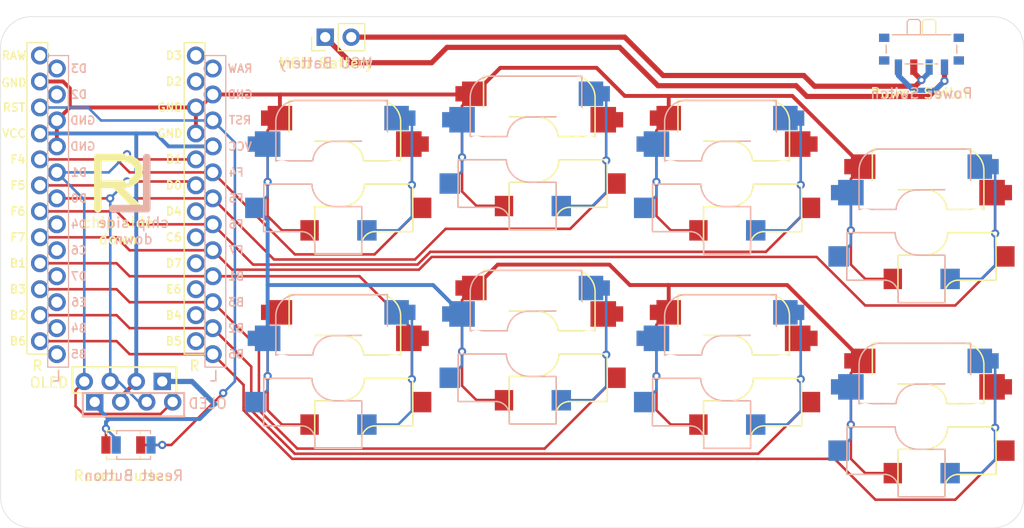
<source format=kicad_pcb>
(kicad_pcb (version 20171130) (host pcbnew 5.1.10)

  (general
    (thickness 1.6)
    (drawings 50)
    (tracks 330)
    (zones 0)
    (modules 21)
    (nets 36)
  )

  (page A4)
  (layers
    (0 F.Cu signal)
    (31 B.Cu signal)
    (32 B.Adhes user hide)
    (33 F.Adhes user hide)
    (34 B.Paste user hide)
    (35 F.Paste user hide)
    (36 B.SilkS user)
    (37 F.SilkS user)
    (38 B.Mask user)
    (39 F.Mask user)
    (40 Dwgs.User user)
    (41 Cmts.User user)
    (42 Eco1.User user)
    (43 Eco2.User user)
    (44 Edge.Cuts user)
    (45 Margin user)
    (46 B.CrtYd user hide)
    (47 F.CrtYd user hide)
    (48 B.Fab user hide)
    (49 F.Fab user hide)
  )

  (setup
    (last_trace_width 0.381)
    (user_trace_width 0.381)
    (trace_clearance 0.2)
    (zone_clearance 0.508)
    (zone_45_only no)
    (trace_min 0.2)
    (via_size 0.8)
    (via_drill 0.4)
    (via_min_size 0.4)
    (via_min_drill 0.3)
    (uvia_size 0.3)
    (uvia_drill 0.1)
    (uvias_allowed no)
    (uvia_min_size 0.2)
    (uvia_min_drill 0.1)
    (edge_width 0.05)
    (segment_width 0.2)
    (pcb_text_width 0.3)
    (pcb_text_size 1.5 1.5)
    (mod_edge_width 0.12)
    (mod_text_size 1 1)
    (mod_text_width 0.15)
    (pad_size 1.7526 1.7526)
    (pad_drill 1.0922)
    (pad_to_mask_clearance 0)
    (aux_axis_origin 0 0)
    (grid_origin 105.901737 33.599424)
    (visible_elements FFFFFF7F)
    (pcbplotparams
      (layerselection 0x010f0_ffffffff)
      (usegerberextensions false)
      (usegerberattributes true)
      (usegerberadvancedattributes true)
      (creategerberjobfile false)
      (excludeedgelayer true)
      (linewidth 0.100000)
      (plotframeref false)
      (viasonmask false)
      (mode 1)
      (useauxorigin false)
      (hpglpennumber 1)
      (hpglpenspeed 20)
      (hpglpendiameter 15.000000)
      (psnegative false)
      (psa4output false)
      (plotreference false)
      (plotvalue false)
      (plotinvisibletext false)
      (padsonsilk false)
      (subtractmaskfromsilk true)
      (outputformat 1)
      (mirror false)
      (drillshape 0)
      (scaleselection 1)
      (outputdirectory "gerber/"))
  )

  (net 0 "")
  (net 1 GND)
  (net 2 R1C1)
  (net 3 R1C2)
  (net 4 R1C3)
  (net 5 R1C4)
  (net 6 R2C1)
  (net 7 R2C2)
  (net 8 R2C3)
  (net 9 R2C4)
  (net 10 "Net-(U1-Pad24)")
  (net 11 "Net-(U1-Pad12)")
  (net 12 "Net-(U1-Pad11)")
  (net 13 "Net-(U1-Pad2)")
  (net 14 "Net-(U1-Pad1)")
  (net 15 VCC)
  (net 16 "Net-(J1-Pad2)")
  (net 17 "Net-(J1-Pad1)")
  (net 18 "Net-(SW1-Pad3)")
  (net 19 "Net-(SW2-Pad3)")
  (net 20 "Net-(U1-Pad8)")
  (net 21 "Net-(U1-Pad7)")
  (net 22 SDA)
  (net 23 SCL)
  (net 24 RST)
  (net 25 "Net-(U2-Pad24)")
  (net 26 "Net-(U2-Pad12)")
  (net 27 "Net-(U2-Pad11)")
  (net 28 "Net-(U2-Pad8)")
  (net 29 "Net-(U2-Pad7)")
  (net 30 "Net-(U2-Pad2)")
  (net 31 "Net-(U2-Pad1)")
  (net 32 "Net-(U1-Pad10)")
  (net 33 "Net-(U1-Pad9)")
  (net 34 "Net-(U2-Pad9)")
  (net 35 "Net-(U2-Pad10)")

  (net_class Default "This is the default net class."
    (clearance 0.2)
    (trace_width 0.25)
    (via_dia 0.8)
    (via_drill 0.4)
    (uvia_dia 0.3)
    (uvia_drill 0.1)
    (add_net GND)
    (add_net "Net-(J1-Pad1)")
    (add_net "Net-(J1-Pad2)")
    (add_net "Net-(SW1-Pad3)")
    (add_net "Net-(SW2-Pad3)")
    (add_net "Net-(U1-Pad1)")
    (add_net "Net-(U1-Pad10)")
    (add_net "Net-(U1-Pad11)")
    (add_net "Net-(U1-Pad12)")
    (add_net "Net-(U1-Pad2)")
    (add_net "Net-(U1-Pad24)")
    (add_net "Net-(U1-Pad7)")
    (add_net "Net-(U1-Pad8)")
    (add_net "Net-(U1-Pad9)")
    (add_net "Net-(U2-Pad1)")
    (add_net "Net-(U2-Pad10)")
    (add_net "Net-(U2-Pad11)")
    (add_net "Net-(U2-Pad12)")
    (add_net "Net-(U2-Pad2)")
    (add_net "Net-(U2-Pad24)")
    (add_net "Net-(U2-Pad7)")
    (add_net "Net-(U2-Pad8)")
    (add_net "Net-(U2-Pad9)")
    (add_net R1C1)
    (add_net R1C2)
    (add_net R1C3)
    (add_net R1C4)
    (add_net R2C1)
    (add_net R2C2)
    (add_net R2C3)
    (add_net R2C4)
    (add_net RST)
    (add_net SCL)
    (add_net SDA)
    (add_net VCC)
  )

  (module keyswitches:MX_Choc_Hotswap (layer F.Cu) (tedit 612FBFFB) (tstamp 0)
    (at 162.901737 38.349424)
    (path /5FAE576B)
    (fp_text reference KEY4 (at 7 8.1) (layer F.SilkS) hide
      (effects (font (size 1 1) (thickness 0.15)))
    )
    (fp_text value SW_Push (at -7.4 -8.1) (layer F.Fab) hide
      (effects (font (size 1 1) (thickness 0.15)))
    )
    (fp_arc (start 4.015 -4.73) (end 3.825 -6.804) (angle 90) (layer F.SilkS) (width 0.15))
    (fp_arc (start 0.415001 -0.73) (end 0.225 -2.8) (angle 90) (layer F.SilkS) (width 0.15))
    (fp_arc (start 0.3 1.3) (end 0.2 3.57) (angle -90) (layer F.SilkS) (width 0.15))
    (fp_arc (start 3.599999 7.35) (end 3.5 6.03) (angle -90) (layer F.SilkS) (width 0.15))
    (fp_arc (start -3.6 7.35) (end -3.5 6.03) (angle 90) (layer B.SilkS) (width 0.15))
    (fp_arc (start -0.3 1.3) (end -0.2 3.57) (angle 90) (layer B.SilkS) (width 0.15))
    (fp_arc (start -0.415 -0.730001) (end -0.225 -2.8) (angle -90) (layer B.SilkS) (width 0.15))
    (fp_arc (start -4.015 -4.73) (end -3.825 -6.804) (angle -90) (layer B.SilkS) (width 0.15))
    (fp_line (start 9.5 -9.5) (end 9.5 9.5) (layer Eco2.User) (width 0.12))
    (fp_line (start -9.5 -9.5) (end 9.5 -9.5) (layer Eco2.User) (width 0.12))
    (fp_line (start -9.5 9.5) (end -9.5 -9.5) (layer Eco2.User) (width 0.12))
    (fp_line (start 9.5 9.5) (end -9.5 9.5) (layer Eco2.User) (width 0.12))
    (fp_line (start -9 -8.5) (end 9 -8.5) (layer Eco1.User) (width 0.12))
    (fp_line (start -9 8.5) (end -9 -8.5) (layer Eco1.User) (width 0.12))
    (fp_line (start 9 8.5) (end -9 8.5) (layer Eco1.User) (width 0.12))
    (fp_line (start 9 -8.5) (end 9 8.5) (layer Eco1.User) (width 0.12))
    (fp_line (start -7 7) (end -7 -7) (layer Eco2.User) (width 0.15))
    (fp_line (start 7 7) (end -7 7) (layer Eco2.User) (width 0.15))
    (fp_line (start 7 -7) (end 7 7) (layer Eco2.User) (width 0.15))
    (fp_line (start -7 -7) (end 7 -7) (layer Eco2.User) (width 0.15))
    (fp_line (start -6.1 -0.896) (end -2.49 -0.896) (layer B.SilkS) (width 0.15))
    (fp_line (start -6.1 -4.85) (end -6.1 -0.905) (layer B.SilkS) (width 0.15))
    (fp_line (start 4.8 -6.804) (end -3.825 -6.804) (layer B.SilkS) (width 0.15))
    (fp_line (start 4.8 -2.896) (end 4.8 -6.804) (layer B.SilkS) (width 0.15))
    (fp_line (start 4.8 -2.85) (end -0.25 -2.804) (layer B.SilkS) (width 0.15))
    (fp_line (start 2.275 8.225) (end -2.275 8.225) (layer B.SilkS) (width 0.15))
    (fp_line (start 2.275 3.575) (end -0.275 3.575) (layer B.SilkS) (width 0.15))
    (fp_line (start -2.575 1.375) (end -7.275 1.375) (layer B.SilkS) (width 0.15))
    (fp_line (start -3.5 6.025) (end -7.275 6.025) (layer B.SilkS) (width 0.15))
    (fp_line (start 2.3 3.599999) (end 2.3 8.2) (layer B.SilkS) (width 0.15))
    (fp_line (start -7.275 1.4) (end -7.299999 6) (layer B.SilkS) (width 0.15))
    (fp_line (start -2.28 7.5) (end -2.28 8.2) (layer B.SilkS) (width 0.15))
    (fp_line (start 2.28 7.5) (end 2.28 8.2) (layer F.SilkS) (width 0.15))
    (fp_line (start 7.275 1.4) (end 7.3 5.999999) (layer F.SilkS) (width 0.15))
    (fp_line (start -2.299999 3.6) (end -2.299999 8.2) (layer F.SilkS) (width 0.15))
    (fp_line (start 3.5 6.025) (end 7.275 6.025) (layer F.SilkS) (width 0.15))
    (fp_line (start 2.575 1.375) (end 7.275 1.375) (layer F.SilkS) (width 0.15))
    (fp_line (start -2.275 3.575) (end 0.275 3.575) (layer F.SilkS) (width 0.15))
    (fp_line (start -2.275 8.225) (end 2.275 8.225) (layer F.SilkS) (width 0.15))
    (fp_line (start -4.8 -2.85) (end 0.25 -2.804) (layer F.SilkS) (width 0.15))
    (fp_line (start -4.8 -2.896) (end -4.8 -6.804) (layer F.SilkS) (width 0.15))
    (fp_line (start -4.8 -6.804) (end 3.825 -6.804) (layer F.SilkS) (width 0.15))
    (fp_line (start 6.1 -4.85) (end 6.1 -0.905) (layer F.SilkS) (width 0.15))
    (fp_line (start 6.1 -0.896) (end 2.49 -0.896) (layer F.SilkS) (width 0.15))
    (fp_line (start 7.5 7.5) (end -7.5 7.5) (layer Cmts.User) (width 0.12))
    (fp_line (start -7.5 7.5) (end -7.5 -7.5) (layer Cmts.User) (width 0.12))
    (fp_line (start -7.5 -7.5) (end 7.5 -7.5) (layer Cmts.User) (width 0.12))
    (fp_line (start 7.5 -7.5) (end 7.5 7.5) (layer Cmts.User) (width 0.12))
    (pad 1 smd custom (at -5.7 -5.08) (size 2.4 2.4) (layers F.Cu F.Paste F.Mask)
      (net 1 GND) (zone_connect 0)
      (options (clearance outline) (anchor rect))
      (primitives
        (gr_poly (pts
           (xy -1.85 -0.75) (xy -1.15 -0.75) (xy -1.15 0.75) (xy -1.85 0.75)) (width 0))
      ))
    (pad 2 smd custom (at 5.7 -5.08 180) (size 2.4 2.4) (layers B.Cu B.Paste B.Mask)
      (net 5 R1C4) (zone_connect 0)
      (options (clearance outline) (anchor rect))
      (primitives
        (gr_poly (pts
           (xy -1.85 -0.75) (xy -1.15 -0.75) (xy -1.15 0.75) (xy -1.85 0.75)) (width 0))
      ))
    (pad 1 smd custom (at -6.9 -2.54) (size 2.5 2.5) (layers B.Cu B.Paste B.Mask)
      (net 1 GND) (zone_connect 0)
      (options (clearance outline) (anchor rect))
      (primitives
        (gr_poly (pts
           (xy -1.95 -0.75) (xy -1.25 -0.75) (xy -1.25 0.75) (xy -1.95 0.75)) (width 0))
      ))
    (pad "" np_thru_hole circle (at 3.81 -2.54 180) (size 3 3) (drill 3) (layers *.Cu *.Mask))
    (pad "" np_thru_hole circle (at 3.81 -2.54 180) (size 3 3) (drill 3) (layers *.Cu *.Mask))
    (pad "" np_thru_hole circle (at -2.54 -5.08 180) (size 3 3) (drill 3) (layers *.Cu *.Mask))
    (pad 2 smd custom (at 6.9 -2.540001 180) (size 2.5 2.5) (layers F.Cu F.Paste F.Mask)
      (net 5 R1C4) (zone_connect 0)
      (options (clearance outline) (anchor rect))
      (primitives
        (gr_poly (pts
           (xy -1.95 -0.75) (xy -1.25 -0.75) (xy -1.25 0.75) (xy -1.95 0.75)) (width 0))
      ))
    (pad "" np_thru_hole circle (at 3.825 -2.58 180) (size 0.1 0.1) (drill 0.1) (layers *.Cu *.Mask))
    (pad "" np_thru_hole circle (at 5 3.7 270) (size 3 3) (drill 3) (layers *.Cu *.Mask))
    (pad 1 smd rect (at -2.8 5.9 180) (size 1.8 2) (layers F.Cu F.Paste F.Mask)
      (net 1 GND))
    (pad 2 smd rect (at 8.1 3.7 180) (size 2 2) (layers F.Cu F.Paste F.Mask)
      (net 5 R1C4))
    (pad 1 smd rect (at -8.1 3.7 180) (size 2 2) (layers B.Cu B.Paste B.Mask)
      (net 1 GND))
    (pad 2 smd rect (at 2.8 5.9 180) (size 1.9 2) (layers B.Cu B.Paste B.Mask)
      (net 5 R1C4))
    (pad "" np_thru_hole circle (at -5 3.7 90) (size 3 3) (drill 3) (layers *.Cu *.Mask))
    (pad "" np_thru_hole circle (at 0 5.9 90) (size 3 3) (drill 3) (layers *.Cu *.Mask))
    (pad "" np_thru_hole circle (at -3.825 -2.58 180) (size 0.1 0.1) (drill 0.1) (layers *.Cu *.Mask))
    (pad "" np_thru_hole circle (at 2.54 -5.08 180) (size 3 3) (drill 3) (layers *.Cu *.Mask))
    (pad "" np_thru_hole circle (at 0 0 90) (size 4 4) (drill 4) (layers *.Cu *.Mask))
    (pad "" np_thru_hole circle (at -5.5 0 90) (size 1.9 1.9) (drill 1.9) (layers *.Cu *.Mask))
    (pad "" np_thru_hole circle (at 5.5 0 90) (size 1.9 1.9) (drill 1.9) (layers *.Cu *.Mask))
    (pad "" np_thru_hole circle (at 5.08 0) (size 1.7 1.7) (drill 1.7) (layers *.Cu *.Mask))
    (pad "" np_thru_hole circle (at -5.08 0) (size 1.7 1.7) (drill 1.7) (layers *.Cu *.Mask))
    (pad "" np_thru_hole circle (at -3.81 -2.540001 180) (size 3 3) (drill 3) (layers *.Cu *.Mask))
  )

  (module keyswitches:MX_Choc_Hotswap (layer F.Cu) (tedit 612FBFFB) (tstamp 0)
    (at 162.901739 57.349423)
    (path /5FAE5771)
    (fp_text reference KEY8 (at 7 8.1) (layer F.SilkS) hide
      (effects (font (size 1 1) (thickness 0.15)))
    )
    (fp_text value SW_Push (at -7.4 -8.1) (layer F.Fab) hide
      (effects (font (size 1 1) (thickness 0.15)))
    )
    (fp_arc (start 4.015 -4.73) (end 3.825 -6.804) (angle 90) (layer F.SilkS) (width 0.15))
    (fp_arc (start 0.415001 -0.73) (end 0.225 -2.8) (angle 90) (layer F.SilkS) (width 0.15))
    (fp_arc (start 0.3 1.3) (end 0.2 3.57) (angle -90) (layer F.SilkS) (width 0.15))
    (fp_arc (start 3.599999 7.35) (end 3.5 6.03) (angle -90) (layer F.SilkS) (width 0.15))
    (fp_arc (start -3.6 7.35) (end -3.5 6.03) (angle 90) (layer B.SilkS) (width 0.15))
    (fp_arc (start -0.3 1.3) (end -0.2 3.57) (angle 90) (layer B.SilkS) (width 0.15))
    (fp_arc (start -0.415 -0.730001) (end -0.225 -2.8) (angle -90) (layer B.SilkS) (width 0.15))
    (fp_arc (start -4.015 -4.73) (end -3.825 -6.804) (angle -90) (layer B.SilkS) (width 0.15))
    (fp_line (start 9.5 -9.5) (end 9.5 9.5) (layer Eco2.User) (width 0.12))
    (fp_line (start -9.5 -9.5) (end 9.5 -9.5) (layer Eco2.User) (width 0.12))
    (fp_line (start -9.5 9.5) (end -9.5 -9.5) (layer Eco2.User) (width 0.12))
    (fp_line (start 9.5 9.5) (end -9.5 9.5) (layer Eco2.User) (width 0.12))
    (fp_line (start -9 -8.5) (end 9 -8.5) (layer Eco1.User) (width 0.12))
    (fp_line (start -9 8.5) (end -9 -8.5) (layer Eco1.User) (width 0.12))
    (fp_line (start 9 8.5) (end -9 8.5) (layer Eco1.User) (width 0.12))
    (fp_line (start 9 -8.5) (end 9 8.5) (layer Eco1.User) (width 0.12))
    (fp_line (start -7 7) (end -7 -7) (layer Eco2.User) (width 0.15))
    (fp_line (start 7 7) (end -7 7) (layer Eco2.User) (width 0.15))
    (fp_line (start 7 -7) (end 7 7) (layer Eco2.User) (width 0.15))
    (fp_line (start -7 -7) (end 7 -7) (layer Eco2.User) (width 0.15))
    (fp_line (start -6.1 -0.896) (end -2.49 -0.896) (layer B.SilkS) (width 0.15))
    (fp_line (start -6.1 -4.85) (end -6.1 -0.905) (layer B.SilkS) (width 0.15))
    (fp_line (start 4.8 -6.804) (end -3.825 -6.804) (layer B.SilkS) (width 0.15))
    (fp_line (start 4.8 -2.896) (end 4.8 -6.804) (layer B.SilkS) (width 0.15))
    (fp_line (start 4.8 -2.85) (end -0.25 -2.804) (layer B.SilkS) (width 0.15))
    (fp_line (start 2.275 8.225) (end -2.275 8.225) (layer B.SilkS) (width 0.15))
    (fp_line (start 2.275 3.575) (end -0.275 3.575) (layer B.SilkS) (width 0.15))
    (fp_line (start -2.575 1.375) (end -7.275 1.375) (layer B.SilkS) (width 0.15))
    (fp_line (start -3.5 6.025) (end -7.275 6.025) (layer B.SilkS) (width 0.15))
    (fp_line (start 2.3 3.599999) (end 2.3 8.2) (layer B.SilkS) (width 0.15))
    (fp_line (start -7.275 1.4) (end -7.299999 6) (layer B.SilkS) (width 0.15))
    (fp_line (start -2.28 7.5) (end -2.28 8.2) (layer B.SilkS) (width 0.15))
    (fp_line (start 2.28 7.5) (end 2.28 8.2) (layer F.SilkS) (width 0.15))
    (fp_line (start 7.275 1.4) (end 7.3 5.999999) (layer F.SilkS) (width 0.15))
    (fp_line (start -2.299999 3.6) (end -2.299999 8.2) (layer F.SilkS) (width 0.15))
    (fp_line (start 3.5 6.025) (end 7.275 6.025) (layer F.SilkS) (width 0.15))
    (fp_line (start 2.575 1.375) (end 7.275 1.375) (layer F.SilkS) (width 0.15))
    (fp_line (start -2.275 3.575) (end 0.275 3.575) (layer F.SilkS) (width 0.15))
    (fp_line (start -2.275 8.225) (end 2.275 8.225) (layer F.SilkS) (width 0.15))
    (fp_line (start -4.8 -2.85) (end 0.25 -2.804) (layer F.SilkS) (width 0.15))
    (fp_line (start -4.8 -2.896) (end -4.8 -6.804) (layer F.SilkS) (width 0.15))
    (fp_line (start -4.8 -6.804) (end 3.825 -6.804) (layer F.SilkS) (width 0.15))
    (fp_line (start 6.1 -4.85) (end 6.1 -0.905) (layer F.SilkS) (width 0.15))
    (fp_line (start 6.1 -0.896) (end 2.49 -0.896) (layer F.SilkS) (width 0.15))
    (fp_line (start 7.5 7.5) (end -7.5 7.5) (layer Cmts.User) (width 0.12))
    (fp_line (start -7.5 7.5) (end -7.5 -7.5) (layer Cmts.User) (width 0.12))
    (fp_line (start -7.5 -7.5) (end 7.5 -7.5) (layer Cmts.User) (width 0.12))
    (fp_line (start 7.5 -7.5) (end 7.5 7.5) (layer Cmts.User) (width 0.12))
    (pad 1 smd custom (at -5.7 -5.08) (size 2.4 2.4) (layers F.Cu F.Paste F.Mask)
      (net 1 GND) (zone_connect 0)
      (options (clearance outline) (anchor rect))
      (primitives
        (gr_poly (pts
           (xy -1.85 -0.75) (xy -1.15 -0.75) (xy -1.15 0.75) (xy -1.85 0.75)) (width 0))
      ))
    (pad 2 smd custom (at 5.7 -5.08 180) (size 2.4 2.4) (layers B.Cu B.Paste B.Mask)
      (net 9 R2C4) (zone_connect 0)
      (options (clearance outline) (anchor rect))
      (primitives
        (gr_poly (pts
           (xy -1.85 -0.75) (xy -1.15 -0.75) (xy -1.15 0.75) (xy -1.85 0.75)) (width 0))
      ))
    (pad 1 smd custom (at -6.9 -2.54) (size 2.5 2.5) (layers B.Cu B.Paste B.Mask)
      (net 1 GND) (zone_connect 0)
      (options (clearance outline) (anchor rect))
      (primitives
        (gr_poly (pts
           (xy -1.95 -0.75) (xy -1.25 -0.75) (xy -1.25 0.75) (xy -1.95 0.75)) (width 0))
      ))
    (pad "" np_thru_hole circle (at 3.81 -2.54 180) (size 3 3) (drill 3) (layers *.Cu *.Mask))
    (pad "" np_thru_hole circle (at 3.81 -2.54 180) (size 3 3) (drill 3) (layers *.Cu *.Mask))
    (pad "" np_thru_hole circle (at -2.54 -5.08 180) (size 3 3) (drill 3) (layers *.Cu *.Mask))
    (pad 2 smd custom (at 6.9 -2.540001 180) (size 2.5 2.5) (layers F.Cu F.Paste F.Mask)
      (net 9 R2C4) (zone_connect 0)
      (options (clearance outline) (anchor rect))
      (primitives
        (gr_poly (pts
           (xy -1.95 -0.75) (xy -1.25 -0.75) (xy -1.25 0.75) (xy -1.95 0.75)) (width 0))
      ))
    (pad "" np_thru_hole circle (at 3.825 -2.58 180) (size 0.1 0.1) (drill 0.1) (layers *.Cu *.Mask))
    (pad "" np_thru_hole circle (at 5 3.7 270) (size 3 3) (drill 3) (layers *.Cu *.Mask))
    (pad 1 smd rect (at -2.8 5.9 180) (size 1.8 2) (layers F.Cu F.Paste F.Mask)
      (net 1 GND))
    (pad 2 smd rect (at 8.1 3.7 180) (size 2 2) (layers F.Cu F.Paste F.Mask)
      (net 9 R2C4))
    (pad 1 smd rect (at -8.1 3.7 180) (size 2 2) (layers B.Cu B.Paste B.Mask)
      (net 1 GND))
    (pad 2 smd rect (at 2.8 5.9 180) (size 1.9 2) (layers B.Cu B.Paste B.Mask)
      (net 9 R2C4))
    (pad "" np_thru_hole circle (at -5 3.7 90) (size 3 3) (drill 3) (layers *.Cu *.Mask))
    (pad "" np_thru_hole circle (at 0 5.9 90) (size 3 3) (drill 3) (layers *.Cu *.Mask))
    (pad "" np_thru_hole circle (at -3.825 -2.58 180) (size 0.1 0.1) (drill 0.1) (layers *.Cu *.Mask))
    (pad "" np_thru_hole circle (at 2.54 -5.08 180) (size 3 3) (drill 3) (layers *.Cu *.Mask))
    (pad "" np_thru_hole circle (at 0 0 90) (size 4 4) (drill 4) (layers *.Cu *.Mask))
    (pad "" np_thru_hole circle (at -5.5 0 90) (size 1.9 1.9) (drill 1.9) (layers *.Cu *.Mask))
    (pad "" np_thru_hole circle (at 5.5 0 90) (size 1.9 1.9) (drill 1.9) (layers *.Cu *.Mask))
    (pad "" np_thru_hole circle (at 5.08 0) (size 1.7 1.7) (drill 1.7) (layers *.Cu *.Mask))
    (pad "" np_thru_hole circle (at -5.08 0) (size 1.7 1.7) (drill 1.7) (layers *.Cu *.Mask))
    (pad "" np_thru_hole circle (at -3.81 -2.540001 180) (size 3 3) (drill 3) (layers *.Cu *.Mask))
  )

  (module keyswitches:MX_Choc_Hotswap (layer F.Cu) (tedit 612FBFFB) (tstamp 0)
    (at 143.901739 52.599426)
    (path /5FAE377E)
    (fp_text reference KEY7 (at 7 8.1) (layer F.SilkS) hide
      (effects (font (size 1 1) (thickness 0.15)))
    )
    (fp_text value SW_Push (at -7.4 -8.1) (layer F.Fab) hide
      (effects (font (size 1 1) (thickness 0.15)))
    )
    (fp_arc (start 4.015 -4.73) (end 3.825 -6.804) (angle 90) (layer F.SilkS) (width 0.15))
    (fp_arc (start 0.415001 -0.73) (end 0.225 -2.8) (angle 90) (layer F.SilkS) (width 0.15))
    (fp_arc (start 0.3 1.3) (end 0.2 3.57) (angle -90) (layer F.SilkS) (width 0.15))
    (fp_arc (start 3.599999 7.35) (end 3.5 6.03) (angle -90) (layer F.SilkS) (width 0.15))
    (fp_arc (start -3.6 7.35) (end -3.5 6.03) (angle 90) (layer B.SilkS) (width 0.15))
    (fp_arc (start -0.3 1.3) (end -0.2 3.57) (angle 90) (layer B.SilkS) (width 0.15))
    (fp_arc (start -0.415 -0.730001) (end -0.225 -2.8) (angle -90) (layer B.SilkS) (width 0.15))
    (fp_arc (start -4.015 -4.73) (end -3.825 -6.804) (angle -90) (layer B.SilkS) (width 0.15))
    (fp_line (start 9.5 -9.5) (end 9.5 9.5) (layer Eco2.User) (width 0.12))
    (fp_line (start -9.5 -9.5) (end 9.5 -9.5) (layer Eco2.User) (width 0.12))
    (fp_line (start -9.5 9.5) (end -9.5 -9.5) (layer Eco2.User) (width 0.12))
    (fp_line (start 9.5 9.5) (end -9.5 9.5) (layer Eco2.User) (width 0.12))
    (fp_line (start -9 -8.5) (end 9 -8.5) (layer Eco1.User) (width 0.12))
    (fp_line (start -9 8.5) (end -9 -8.5) (layer Eco1.User) (width 0.12))
    (fp_line (start 9 8.5) (end -9 8.5) (layer Eco1.User) (width 0.12))
    (fp_line (start 9 -8.5) (end 9 8.5) (layer Eco1.User) (width 0.12))
    (fp_line (start -7 7) (end -7 -7) (layer Eco2.User) (width 0.15))
    (fp_line (start 7 7) (end -7 7) (layer Eco2.User) (width 0.15))
    (fp_line (start 7 -7) (end 7 7) (layer Eco2.User) (width 0.15))
    (fp_line (start -7 -7) (end 7 -7) (layer Eco2.User) (width 0.15))
    (fp_line (start -6.1 -0.896) (end -2.49 -0.896) (layer B.SilkS) (width 0.15))
    (fp_line (start -6.1 -4.85) (end -6.1 -0.905) (layer B.SilkS) (width 0.15))
    (fp_line (start 4.8 -6.804) (end -3.825 -6.804) (layer B.SilkS) (width 0.15))
    (fp_line (start 4.8 -2.896) (end 4.8 -6.804) (layer B.SilkS) (width 0.15))
    (fp_line (start 4.8 -2.85) (end -0.25 -2.804) (layer B.SilkS) (width 0.15))
    (fp_line (start 2.275 8.225) (end -2.275 8.225) (layer B.SilkS) (width 0.15))
    (fp_line (start 2.275 3.575) (end -0.275 3.575) (layer B.SilkS) (width 0.15))
    (fp_line (start -2.575 1.375) (end -7.275 1.375) (layer B.SilkS) (width 0.15))
    (fp_line (start -3.5 6.025) (end -7.275 6.025) (layer B.SilkS) (width 0.15))
    (fp_line (start 2.3 3.599999) (end 2.3 8.2) (layer B.SilkS) (width 0.15))
    (fp_line (start -7.275 1.4) (end -7.299999 6) (layer B.SilkS) (width 0.15))
    (fp_line (start -2.28 7.5) (end -2.28 8.2) (layer B.SilkS) (width 0.15))
    (fp_line (start 2.28 7.5) (end 2.28 8.2) (layer F.SilkS) (width 0.15))
    (fp_line (start 7.275 1.4) (end 7.3 5.999999) (layer F.SilkS) (width 0.15))
    (fp_line (start -2.299999 3.6) (end -2.299999 8.2) (layer F.SilkS) (width 0.15))
    (fp_line (start 3.5 6.025) (end 7.275 6.025) (layer F.SilkS) (width 0.15))
    (fp_line (start 2.575 1.375) (end 7.275 1.375) (layer F.SilkS) (width 0.15))
    (fp_line (start -2.275 3.575) (end 0.275 3.575) (layer F.SilkS) (width 0.15))
    (fp_line (start -2.275 8.225) (end 2.275 8.225) (layer F.SilkS) (width 0.15))
    (fp_line (start -4.8 -2.85) (end 0.25 -2.804) (layer F.SilkS) (width 0.15))
    (fp_line (start -4.8 -2.896) (end -4.8 -6.804) (layer F.SilkS) (width 0.15))
    (fp_line (start -4.8 -6.804) (end 3.825 -6.804) (layer F.SilkS) (width 0.15))
    (fp_line (start 6.1 -4.85) (end 6.1 -0.905) (layer F.SilkS) (width 0.15))
    (fp_line (start 6.1 -0.896) (end 2.49 -0.896) (layer F.SilkS) (width 0.15))
    (fp_line (start 7.5 7.5) (end -7.5 7.5) (layer Cmts.User) (width 0.12))
    (fp_line (start -7.5 7.5) (end -7.5 -7.5) (layer Cmts.User) (width 0.12))
    (fp_line (start -7.5 -7.5) (end 7.5 -7.5) (layer Cmts.User) (width 0.12))
    (fp_line (start 7.5 -7.5) (end 7.5 7.5) (layer Cmts.User) (width 0.12))
    (pad 1 smd custom (at -5.7 -5.08) (size 2.4 2.4) (layers F.Cu F.Paste F.Mask)
      (net 1 GND) (zone_connect 0)
      (options (clearance outline) (anchor rect))
      (primitives
        (gr_poly (pts
           (xy -1.85 -0.75) (xy -1.15 -0.75) (xy -1.15 0.75) (xy -1.85 0.75)) (width 0))
      ))
    (pad 2 smd custom (at 5.7 -5.08 180) (size 2.4 2.4) (layers B.Cu B.Paste B.Mask)
      (net 8 R2C3) (zone_connect 0)
      (options (clearance outline) (anchor rect))
      (primitives
        (gr_poly (pts
           (xy -1.85 -0.75) (xy -1.15 -0.75) (xy -1.15 0.75) (xy -1.85 0.75)) (width 0))
      ))
    (pad 1 smd custom (at -6.9 -2.54) (size 2.5 2.5) (layers B.Cu B.Paste B.Mask)
      (net 1 GND) (zone_connect 0)
      (options (clearance outline) (anchor rect))
      (primitives
        (gr_poly (pts
           (xy -1.95 -0.75) (xy -1.25 -0.75) (xy -1.25 0.75) (xy -1.95 0.75)) (width 0))
      ))
    (pad "" np_thru_hole circle (at 3.81 -2.54 180) (size 3 3) (drill 3) (layers *.Cu *.Mask))
    (pad "" np_thru_hole circle (at 3.81 -2.54 180) (size 3 3) (drill 3) (layers *.Cu *.Mask))
    (pad "" np_thru_hole circle (at -2.54 -5.08 180) (size 3 3) (drill 3) (layers *.Cu *.Mask))
    (pad 2 smd custom (at 6.9 -2.540001 180) (size 2.5 2.5) (layers F.Cu F.Paste F.Mask)
      (net 8 R2C3) (zone_connect 0)
      (options (clearance outline) (anchor rect))
      (primitives
        (gr_poly (pts
           (xy -1.95 -0.75) (xy -1.25 -0.75) (xy -1.25 0.75) (xy -1.95 0.75)) (width 0))
      ))
    (pad "" np_thru_hole circle (at 3.825 -2.58 180) (size 0.1 0.1) (drill 0.1) (layers *.Cu *.Mask))
    (pad "" np_thru_hole circle (at 5 3.7 270) (size 3 3) (drill 3) (layers *.Cu *.Mask))
    (pad 1 smd rect (at -2.8 5.9 180) (size 1.8 2) (layers F.Cu F.Paste F.Mask)
      (net 1 GND))
    (pad 2 smd rect (at 8.1 3.7 180) (size 2 2) (layers F.Cu F.Paste F.Mask)
      (net 8 R2C3))
    (pad 1 smd rect (at -8.1 3.7 180) (size 2 2) (layers B.Cu B.Paste B.Mask)
      (net 1 GND))
    (pad 2 smd rect (at 2.8 5.9 180) (size 1.9 2) (layers B.Cu B.Paste B.Mask)
      (net 8 R2C3))
    (pad "" np_thru_hole circle (at -5 3.7 90) (size 3 3) (drill 3) (layers *.Cu *.Mask))
    (pad "" np_thru_hole circle (at 0 5.9 90) (size 3 3) (drill 3) (layers *.Cu *.Mask))
    (pad "" np_thru_hole circle (at -3.825 -2.58 180) (size 0.1 0.1) (drill 0.1) (layers *.Cu *.Mask))
    (pad "" np_thru_hole circle (at 2.54 -5.08 180) (size 3 3) (drill 3) (layers *.Cu *.Mask))
    (pad "" np_thru_hole circle (at 0 0 90) (size 4 4) (drill 4) (layers *.Cu *.Mask))
    (pad "" np_thru_hole circle (at -5.5 0 90) (size 1.9 1.9) (drill 1.9) (layers *.Cu *.Mask))
    (pad "" np_thru_hole circle (at 5.5 0 90) (size 1.9 1.9) (drill 1.9) (layers *.Cu *.Mask))
    (pad "" np_thru_hole circle (at 5.08 0) (size 1.7 1.7) (drill 1.7) (layers *.Cu *.Mask))
    (pad "" np_thru_hole circle (at -5.08 0) (size 1.7 1.7) (drill 1.7) (layers *.Cu *.Mask))
    (pad "" np_thru_hole circle (at -3.81 -2.540001 180) (size 3 3) (drill 3) (layers *.Cu *.Mask))
  )

  (module keyswitches:MX_Choc_Hotswap (layer F.Cu) (tedit 612FBFFB) (tstamp 0)
    (at 124.901739 50.219424)
    (path /5FAE06E0)
    (fp_text reference KEY6 (at 7 8.1) (layer F.SilkS) hide
      (effects (font (size 1 1) (thickness 0.15)))
    )
    (fp_text value SW_Push (at -7.4 -8.1) (layer F.Fab) hide
      (effects (font (size 1 1) (thickness 0.15)))
    )
    (fp_arc (start 4.015 -4.73) (end 3.825 -6.804) (angle 90) (layer F.SilkS) (width 0.15))
    (fp_arc (start 0.415001 -0.73) (end 0.225 -2.8) (angle 90) (layer F.SilkS) (width 0.15))
    (fp_arc (start 0.3 1.3) (end 0.2 3.57) (angle -90) (layer F.SilkS) (width 0.15))
    (fp_arc (start 3.599999 7.35) (end 3.5 6.03) (angle -90) (layer F.SilkS) (width 0.15))
    (fp_arc (start -3.6 7.35) (end -3.5 6.03) (angle 90) (layer B.SilkS) (width 0.15))
    (fp_arc (start -0.3 1.3) (end -0.2 3.57) (angle 90) (layer B.SilkS) (width 0.15))
    (fp_arc (start -0.415 -0.730001) (end -0.225 -2.8) (angle -90) (layer B.SilkS) (width 0.15))
    (fp_arc (start -4.015 -4.73) (end -3.825 -6.804) (angle -90) (layer B.SilkS) (width 0.15))
    (fp_line (start 9.5 -9.5) (end 9.5 9.5) (layer Eco2.User) (width 0.12))
    (fp_line (start -9.5 -9.5) (end 9.5 -9.5) (layer Eco2.User) (width 0.12))
    (fp_line (start -9.5 9.5) (end -9.5 -9.5) (layer Eco2.User) (width 0.12))
    (fp_line (start 9.5 9.5) (end -9.5 9.5) (layer Eco2.User) (width 0.12))
    (fp_line (start -9 -8.5) (end 9 -8.5) (layer Eco1.User) (width 0.12))
    (fp_line (start -9 8.5) (end -9 -8.5) (layer Eco1.User) (width 0.12))
    (fp_line (start 9 8.5) (end -9 8.5) (layer Eco1.User) (width 0.12))
    (fp_line (start 9 -8.5) (end 9 8.5) (layer Eco1.User) (width 0.12))
    (fp_line (start -7 7) (end -7 -7) (layer Eco2.User) (width 0.15))
    (fp_line (start 7 7) (end -7 7) (layer Eco2.User) (width 0.15))
    (fp_line (start 7 -7) (end 7 7) (layer Eco2.User) (width 0.15))
    (fp_line (start -7 -7) (end 7 -7) (layer Eco2.User) (width 0.15))
    (fp_line (start -6.1 -0.896) (end -2.49 -0.896) (layer B.SilkS) (width 0.15))
    (fp_line (start -6.1 -4.85) (end -6.1 -0.905) (layer B.SilkS) (width 0.15))
    (fp_line (start 4.8 -6.804) (end -3.825 -6.804) (layer B.SilkS) (width 0.15))
    (fp_line (start 4.8 -2.896) (end 4.8 -6.804) (layer B.SilkS) (width 0.15))
    (fp_line (start 4.8 -2.85) (end -0.25 -2.804) (layer B.SilkS) (width 0.15))
    (fp_line (start 2.275 8.225) (end -2.275 8.225) (layer B.SilkS) (width 0.15))
    (fp_line (start 2.275 3.575) (end -0.275 3.575) (layer B.SilkS) (width 0.15))
    (fp_line (start -2.575 1.375) (end -7.275 1.375) (layer B.SilkS) (width 0.15))
    (fp_line (start -3.5 6.025) (end -7.275 6.025) (layer B.SilkS) (width 0.15))
    (fp_line (start 2.3 3.599999) (end 2.3 8.2) (layer B.SilkS) (width 0.15))
    (fp_line (start -7.275 1.4) (end -7.299999 6) (layer B.SilkS) (width 0.15))
    (fp_line (start -2.28 7.5) (end -2.28 8.2) (layer B.SilkS) (width 0.15))
    (fp_line (start 2.28 7.5) (end 2.28 8.2) (layer F.SilkS) (width 0.15))
    (fp_line (start 7.275 1.4) (end 7.3 5.999999) (layer F.SilkS) (width 0.15))
    (fp_line (start -2.299999 3.6) (end -2.299999 8.2) (layer F.SilkS) (width 0.15))
    (fp_line (start 3.5 6.025) (end 7.275 6.025) (layer F.SilkS) (width 0.15))
    (fp_line (start 2.575 1.375) (end 7.275 1.375) (layer F.SilkS) (width 0.15))
    (fp_line (start -2.275 3.575) (end 0.275 3.575) (layer F.SilkS) (width 0.15))
    (fp_line (start -2.275 8.225) (end 2.275 8.225) (layer F.SilkS) (width 0.15))
    (fp_line (start -4.8 -2.85) (end 0.25 -2.804) (layer F.SilkS) (width 0.15))
    (fp_line (start -4.8 -2.896) (end -4.8 -6.804) (layer F.SilkS) (width 0.15))
    (fp_line (start -4.8 -6.804) (end 3.825 -6.804) (layer F.SilkS) (width 0.15))
    (fp_line (start 6.1 -4.85) (end 6.1 -0.905) (layer F.SilkS) (width 0.15))
    (fp_line (start 6.1 -0.896) (end 2.49 -0.896) (layer F.SilkS) (width 0.15))
    (fp_line (start 7.5 7.5) (end -7.5 7.5) (layer Cmts.User) (width 0.12))
    (fp_line (start -7.5 7.5) (end -7.5 -7.5) (layer Cmts.User) (width 0.12))
    (fp_line (start -7.5 -7.5) (end 7.5 -7.5) (layer Cmts.User) (width 0.12))
    (fp_line (start 7.5 -7.5) (end 7.5 7.5) (layer Cmts.User) (width 0.12))
    (pad 1 smd custom (at -5.7 -5.08) (size 2.4 2.4) (layers F.Cu F.Paste F.Mask)
      (net 1 GND) (zone_connect 0)
      (options (clearance outline) (anchor rect))
      (primitives
        (gr_poly (pts
           (xy -1.85 -0.75) (xy -1.15 -0.75) (xy -1.15 0.75) (xy -1.85 0.75)) (width 0))
      ))
    (pad 2 smd custom (at 5.7 -5.08 180) (size 2.4 2.4) (layers B.Cu B.Paste B.Mask)
      (net 7 R2C2) (zone_connect 0)
      (options (clearance outline) (anchor rect))
      (primitives
        (gr_poly (pts
           (xy -1.85 -0.75) (xy -1.15 -0.75) (xy -1.15 0.75) (xy -1.85 0.75)) (width 0))
      ))
    (pad 1 smd custom (at -6.9 -2.54) (size 2.5 2.5) (layers B.Cu B.Paste B.Mask)
      (net 1 GND) (zone_connect 0)
      (options (clearance outline) (anchor rect))
      (primitives
        (gr_poly (pts
           (xy -1.95 -0.75) (xy -1.25 -0.75) (xy -1.25 0.75) (xy -1.95 0.75)) (width 0))
      ))
    (pad "" np_thru_hole circle (at 3.81 -2.54 180) (size 3 3) (drill 3) (layers *.Cu *.Mask))
    (pad "" np_thru_hole circle (at 3.81 -2.54 180) (size 3 3) (drill 3) (layers *.Cu *.Mask))
    (pad "" np_thru_hole circle (at -2.54 -5.08 180) (size 3 3) (drill 3) (layers *.Cu *.Mask))
    (pad 2 smd custom (at 6.9 -2.540001 180) (size 2.5 2.5) (layers F.Cu F.Paste F.Mask)
      (net 7 R2C2) (zone_connect 0)
      (options (clearance outline) (anchor rect))
      (primitives
        (gr_poly (pts
           (xy -1.95 -0.75) (xy -1.25 -0.75) (xy -1.25 0.75) (xy -1.95 0.75)) (width 0))
      ))
    (pad "" np_thru_hole circle (at 3.825 -2.58 180) (size 0.1 0.1) (drill 0.1) (layers *.Cu *.Mask))
    (pad "" np_thru_hole circle (at 5 3.7 270) (size 3 3) (drill 3) (layers *.Cu *.Mask))
    (pad 1 smd rect (at -2.8 5.9 180) (size 1.8 2) (layers F.Cu F.Paste F.Mask)
      (net 1 GND))
    (pad 2 smd rect (at 8.1 3.7 180) (size 2 2) (layers F.Cu F.Paste F.Mask)
      (net 7 R2C2))
    (pad 1 smd rect (at -8.1 3.7 180) (size 2 2) (layers B.Cu B.Paste B.Mask)
      (net 1 GND))
    (pad 2 smd rect (at 2.8 5.9 180) (size 1.9 2) (layers B.Cu B.Paste B.Mask)
      (net 7 R2C2))
    (pad "" np_thru_hole circle (at -5 3.7 90) (size 3 3) (drill 3) (layers *.Cu *.Mask))
    (pad "" np_thru_hole circle (at 0 5.9 90) (size 3 3) (drill 3) (layers *.Cu *.Mask))
    (pad "" np_thru_hole circle (at -3.825 -2.58 180) (size 0.1 0.1) (drill 0.1) (layers *.Cu *.Mask))
    (pad "" np_thru_hole circle (at 2.54 -5.08 180) (size 3 3) (drill 3) (layers *.Cu *.Mask))
    (pad "" np_thru_hole circle (at 0 0 90) (size 4 4) (drill 4) (layers *.Cu *.Mask))
    (pad "" np_thru_hole circle (at -5.5 0 90) (size 1.9 1.9) (drill 1.9) (layers *.Cu *.Mask))
    (pad "" np_thru_hole circle (at 5.5 0 90) (size 1.9 1.9) (drill 1.9) (layers *.Cu *.Mask))
    (pad "" np_thru_hole circle (at 5.08 0) (size 1.7 1.7) (drill 1.7) (layers *.Cu *.Mask))
    (pad "" np_thru_hole circle (at -5.08 0) (size 1.7 1.7) (drill 1.7) (layers *.Cu *.Mask))
    (pad "" np_thru_hole circle (at -3.81 -2.540001 180) (size 3 3) (drill 3) (layers *.Cu *.Mask))
  )

  (module keyswitches:MX_Choc_Hotswap (layer F.Cu) (tedit 612FBFFB) (tstamp 61303EA3)
    (at 105.901736 52.599424)
    (path /5FAD3B43)
    (fp_text reference KEY5 (at 7 8.1) (layer F.SilkS) hide
      (effects (font (size 1 1) (thickness 0.15)))
    )
    (fp_text value SW_Push (at -7.4 -8.1) (layer F.Fab) hide
      (effects (font (size 1 1) (thickness 0.15)))
    )
    (fp_arc (start 4.015 -4.73) (end 3.825 -6.804) (angle 90) (layer F.SilkS) (width 0.15))
    (fp_arc (start 0.415001 -0.73) (end 0.225 -2.8) (angle 90) (layer F.SilkS) (width 0.15))
    (fp_arc (start 0.3 1.3) (end 0.2 3.57) (angle -90) (layer F.SilkS) (width 0.15))
    (fp_arc (start 3.599999 7.35) (end 3.5 6.03) (angle -90) (layer F.SilkS) (width 0.15))
    (fp_arc (start -3.6 7.35) (end -3.5 6.03) (angle 90) (layer B.SilkS) (width 0.15))
    (fp_arc (start -0.3 1.3) (end -0.2 3.57) (angle 90) (layer B.SilkS) (width 0.15))
    (fp_arc (start -0.415 -0.730001) (end -0.225 -2.8) (angle -90) (layer B.SilkS) (width 0.15))
    (fp_arc (start -4.015 -4.73) (end -3.825 -6.804) (angle -90) (layer B.SilkS) (width 0.15))
    (fp_line (start 9.5 -9.5) (end 9.5 9.5) (layer Eco2.User) (width 0.12))
    (fp_line (start -9.5 -9.5) (end 9.5 -9.5) (layer Eco2.User) (width 0.12))
    (fp_line (start -9.5 9.5) (end -9.5 -9.5) (layer Eco2.User) (width 0.12))
    (fp_line (start 9.5 9.5) (end -9.5 9.5) (layer Eco2.User) (width 0.12))
    (fp_line (start -9 -8.5) (end 9 -8.5) (layer Eco1.User) (width 0.12))
    (fp_line (start -9 8.5) (end -9 -8.5) (layer Eco1.User) (width 0.12))
    (fp_line (start 9 8.5) (end -9 8.5) (layer Eco1.User) (width 0.12))
    (fp_line (start 9 -8.5) (end 9 8.5) (layer Eco1.User) (width 0.12))
    (fp_line (start -7 7) (end -7 -7) (layer Eco2.User) (width 0.15))
    (fp_line (start 7 7) (end -7 7) (layer Eco2.User) (width 0.15))
    (fp_line (start 7 -7) (end 7 7) (layer Eco2.User) (width 0.15))
    (fp_line (start -7 -7) (end 7 -7) (layer Eco2.User) (width 0.15))
    (fp_line (start -6.1 -0.896) (end -2.49 -0.896) (layer B.SilkS) (width 0.15))
    (fp_line (start -6.1 -4.85) (end -6.1 -0.905) (layer B.SilkS) (width 0.15))
    (fp_line (start 4.8 -6.804) (end -3.825 -6.804) (layer B.SilkS) (width 0.15))
    (fp_line (start 4.8 -2.896) (end 4.8 -6.804) (layer B.SilkS) (width 0.15))
    (fp_line (start 4.8 -2.85) (end -0.25 -2.804) (layer B.SilkS) (width 0.15))
    (fp_line (start 2.275 8.225) (end -2.275 8.225) (layer B.SilkS) (width 0.15))
    (fp_line (start 2.275 3.575) (end -0.275 3.575) (layer B.SilkS) (width 0.15))
    (fp_line (start -2.575 1.375) (end -7.275 1.375) (layer B.SilkS) (width 0.15))
    (fp_line (start -3.5 6.025) (end -7.275 6.025) (layer B.SilkS) (width 0.15))
    (fp_line (start 2.3 3.599999) (end 2.3 8.2) (layer B.SilkS) (width 0.15))
    (fp_line (start -7.275 1.4) (end -7.299999 6) (layer B.SilkS) (width 0.15))
    (fp_line (start -2.28 7.5) (end -2.28 8.2) (layer B.SilkS) (width 0.15))
    (fp_line (start 2.28 7.5) (end 2.28 8.2) (layer F.SilkS) (width 0.15))
    (fp_line (start 7.275 1.4) (end 7.3 5.999999) (layer F.SilkS) (width 0.15))
    (fp_line (start -2.299999 3.6) (end -2.299999 8.2) (layer F.SilkS) (width 0.15))
    (fp_line (start 3.5 6.025) (end 7.275 6.025) (layer F.SilkS) (width 0.15))
    (fp_line (start 2.575 1.375) (end 7.275 1.375) (layer F.SilkS) (width 0.15))
    (fp_line (start -2.275 3.575) (end 0.275 3.575) (layer F.SilkS) (width 0.15))
    (fp_line (start -2.275 8.225) (end 2.275 8.225) (layer F.SilkS) (width 0.15))
    (fp_line (start -4.8 -2.85) (end 0.25 -2.804) (layer F.SilkS) (width 0.15))
    (fp_line (start -4.8 -2.896) (end -4.8 -6.804) (layer F.SilkS) (width 0.15))
    (fp_line (start -4.8 -6.804) (end 3.825 -6.804) (layer F.SilkS) (width 0.15))
    (fp_line (start 6.1 -4.85) (end 6.1 -0.905) (layer F.SilkS) (width 0.15))
    (fp_line (start 6.1 -0.896) (end 2.49 -0.896) (layer F.SilkS) (width 0.15))
    (fp_line (start 7.5 7.5) (end -7.5 7.5) (layer Cmts.User) (width 0.12))
    (fp_line (start -7.5 7.5) (end -7.5 -7.5) (layer Cmts.User) (width 0.12))
    (fp_line (start -7.5 -7.5) (end 7.5 -7.5) (layer Cmts.User) (width 0.12))
    (fp_line (start 7.5 -7.5) (end 7.5 7.5) (layer Cmts.User) (width 0.12))
    (pad 1 smd custom (at -5.7 -5.08) (size 2.4 2.4) (layers F.Cu F.Paste F.Mask)
      (net 1 GND) (zone_connect 0)
      (options (clearance outline) (anchor rect))
      (primitives
        (gr_poly (pts
           (xy -1.85 -0.75) (xy -1.15 -0.75) (xy -1.15 0.75) (xy -1.85 0.75)) (width 0))
      ))
    (pad 2 smd custom (at 5.7 -5.08 180) (size 2.4 2.4) (layers B.Cu B.Paste B.Mask)
      (net 6 R2C1) (zone_connect 0)
      (options (clearance outline) (anchor rect))
      (primitives
        (gr_poly (pts
           (xy -1.85 -0.75) (xy -1.15 -0.75) (xy -1.15 0.75) (xy -1.85 0.75)) (width 0))
      ))
    (pad 1 smd custom (at -6.9 -2.54) (size 2.5 2.5) (layers B.Cu B.Paste B.Mask)
      (net 1 GND) (zone_connect 0)
      (options (clearance outline) (anchor rect))
      (primitives
        (gr_poly (pts
           (xy -1.95 -0.75) (xy -1.25 -0.75) (xy -1.25 0.75) (xy -1.95 0.75)) (width 0))
      ))
    (pad "" np_thru_hole circle (at 3.81 -2.54 180) (size 3 3) (drill 3) (layers *.Cu *.Mask))
    (pad "" np_thru_hole circle (at 3.81 -2.54 180) (size 3 3) (drill 3) (layers *.Cu *.Mask))
    (pad "" np_thru_hole circle (at -2.54 -5.08 180) (size 3 3) (drill 3) (layers *.Cu *.Mask))
    (pad 2 smd custom (at 6.9 -2.540001 180) (size 2.5 2.5) (layers F.Cu F.Paste F.Mask)
      (net 6 R2C1) (zone_connect 0)
      (options (clearance outline) (anchor rect))
      (primitives
        (gr_poly (pts
           (xy -1.95 -0.75) (xy -1.25 -0.75) (xy -1.25 0.75) (xy -1.95 0.75)) (width 0))
      ))
    (pad "" np_thru_hole circle (at 3.825 -2.58 180) (size 0.1 0.1) (drill 0.1) (layers *.Cu *.Mask))
    (pad "" np_thru_hole circle (at 5 3.7 270) (size 3 3) (drill 3) (layers *.Cu *.Mask))
    (pad 1 smd rect (at -2.8 5.9 180) (size 1.8 2) (layers F.Cu F.Paste F.Mask)
      (net 1 GND))
    (pad 2 smd rect (at 8.1 3.7 180) (size 2 2) (layers F.Cu F.Paste F.Mask)
      (net 6 R2C1))
    (pad 1 smd rect (at -8.1 3.7 180) (size 2 2) (layers B.Cu B.Paste B.Mask)
      (net 1 GND))
    (pad 2 smd rect (at 2.8 5.9 180) (size 1.9 2) (layers B.Cu B.Paste B.Mask)
      (net 6 R2C1))
    (pad "" np_thru_hole circle (at -5 3.7 90) (size 3 3) (drill 3) (layers *.Cu *.Mask))
    (pad "" np_thru_hole circle (at 0 5.9 90) (size 3 3) (drill 3) (layers *.Cu *.Mask))
    (pad "" np_thru_hole circle (at -3.825 -2.58 180) (size 0.1 0.1) (drill 0.1) (layers *.Cu *.Mask))
    (pad "" np_thru_hole circle (at 2.54 -5.08 180) (size 3 3) (drill 3) (layers *.Cu *.Mask))
    (pad "" np_thru_hole circle (at 0 0 90) (size 4 4) (drill 4) (layers *.Cu *.Mask))
    (pad "" np_thru_hole circle (at -5.5 0 90) (size 1.9 1.9) (drill 1.9) (layers *.Cu *.Mask))
    (pad "" np_thru_hole circle (at 5.5 0 90) (size 1.9 1.9) (drill 1.9) (layers *.Cu *.Mask))
    (pad "" np_thru_hole circle (at 5.08 0) (size 1.7 1.7) (drill 1.7) (layers *.Cu *.Mask))
    (pad "" np_thru_hole circle (at -5.08 0) (size 1.7 1.7) (drill 1.7) (layers *.Cu *.Mask))
    (pad "" np_thru_hole circle (at -3.81 -2.540001 180) (size 3 3) (drill 3) (layers *.Cu *.Mask))
  )

  (module keyswitches:MX_Choc_Hotswap (layer F.Cu) (tedit 612FBFFB) (tstamp 0)
    (at 143.901739 33.599426)
    (path /5FAE3778)
    (fp_text reference KEY3 (at 7 8.1) (layer F.SilkS) hide
      (effects (font (size 1 1) (thickness 0.15)))
    )
    (fp_text value SW_Push (at -7.4 -8.1) (layer F.Fab) hide
      (effects (font (size 1 1) (thickness 0.15)))
    )
    (fp_arc (start 4.015 -4.73) (end 3.825 -6.804) (angle 90) (layer F.SilkS) (width 0.15))
    (fp_arc (start 0.415001 -0.73) (end 0.225 -2.8) (angle 90) (layer F.SilkS) (width 0.15))
    (fp_arc (start 0.3 1.3) (end 0.2 3.57) (angle -90) (layer F.SilkS) (width 0.15))
    (fp_arc (start 3.599999 7.35) (end 3.5 6.03) (angle -90) (layer F.SilkS) (width 0.15))
    (fp_arc (start -3.6 7.35) (end -3.5 6.03) (angle 90) (layer B.SilkS) (width 0.15))
    (fp_arc (start -0.3 1.3) (end -0.2 3.57) (angle 90) (layer B.SilkS) (width 0.15))
    (fp_arc (start -0.415 -0.730001) (end -0.225 -2.8) (angle -90) (layer B.SilkS) (width 0.15))
    (fp_arc (start -4.015 -4.73) (end -3.825 -6.804) (angle -90) (layer B.SilkS) (width 0.15))
    (fp_line (start 9.5 -9.5) (end 9.5 9.5) (layer Eco2.User) (width 0.12))
    (fp_line (start -9.5 -9.5) (end 9.5 -9.5) (layer Eco2.User) (width 0.12))
    (fp_line (start -9.5 9.5) (end -9.5 -9.5) (layer Eco2.User) (width 0.12))
    (fp_line (start 9.5 9.5) (end -9.5 9.5) (layer Eco2.User) (width 0.12))
    (fp_line (start -9 -8.5) (end 9 -8.5) (layer Eco1.User) (width 0.12))
    (fp_line (start -9 8.5) (end -9 -8.5) (layer Eco1.User) (width 0.12))
    (fp_line (start 9 8.5) (end -9 8.5) (layer Eco1.User) (width 0.12))
    (fp_line (start 9 -8.5) (end 9 8.5) (layer Eco1.User) (width 0.12))
    (fp_line (start -7 7) (end -7 -7) (layer Eco2.User) (width 0.15))
    (fp_line (start 7 7) (end -7 7) (layer Eco2.User) (width 0.15))
    (fp_line (start 7 -7) (end 7 7) (layer Eco2.User) (width 0.15))
    (fp_line (start -7 -7) (end 7 -7) (layer Eco2.User) (width 0.15))
    (fp_line (start -6.1 -0.896) (end -2.49 -0.896) (layer B.SilkS) (width 0.15))
    (fp_line (start -6.1 -4.85) (end -6.1 -0.905) (layer B.SilkS) (width 0.15))
    (fp_line (start 4.8 -6.804) (end -3.825 -6.804) (layer B.SilkS) (width 0.15))
    (fp_line (start 4.8 -2.896) (end 4.8 -6.804) (layer B.SilkS) (width 0.15))
    (fp_line (start 4.8 -2.85) (end -0.25 -2.804) (layer B.SilkS) (width 0.15))
    (fp_line (start 2.275 8.225) (end -2.275 8.225) (layer B.SilkS) (width 0.15))
    (fp_line (start 2.275 3.575) (end -0.275 3.575) (layer B.SilkS) (width 0.15))
    (fp_line (start -2.575 1.375) (end -7.275 1.375) (layer B.SilkS) (width 0.15))
    (fp_line (start -3.5 6.025) (end -7.275 6.025) (layer B.SilkS) (width 0.15))
    (fp_line (start 2.3 3.599999) (end 2.3 8.2) (layer B.SilkS) (width 0.15))
    (fp_line (start -7.275 1.4) (end -7.299999 6) (layer B.SilkS) (width 0.15))
    (fp_line (start -2.28 7.5) (end -2.28 8.2) (layer B.SilkS) (width 0.15))
    (fp_line (start 2.28 7.5) (end 2.28 8.2) (layer F.SilkS) (width 0.15))
    (fp_line (start 7.275 1.4) (end 7.3 5.999999) (layer F.SilkS) (width 0.15))
    (fp_line (start -2.299999 3.6) (end -2.299999 8.2) (layer F.SilkS) (width 0.15))
    (fp_line (start 3.5 6.025) (end 7.275 6.025) (layer F.SilkS) (width 0.15))
    (fp_line (start 2.575 1.375) (end 7.275 1.375) (layer F.SilkS) (width 0.15))
    (fp_line (start -2.275 3.575) (end 0.275 3.575) (layer F.SilkS) (width 0.15))
    (fp_line (start -2.275 8.225) (end 2.275 8.225) (layer F.SilkS) (width 0.15))
    (fp_line (start -4.8 -2.85) (end 0.25 -2.804) (layer F.SilkS) (width 0.15))
    (fp_line (start -4.8 -2.896) (end -4.8 -6.804) (layer F.SilkS) (width 0.15))
    (fp_line (start -4.8 -6.804) (end 3.825 -6.804) (layer F.SilkS) (width 0.15))
    (fp_line (start 6.1 -4.85) (end 6.1 -0.905) (layer F.SilkS) (width 0.15))
    (fp_line (start 6.1 -0.896) (end 2.49 -0.896) (layer F.SilkS) (width 0.15))
    (fp_line (start 7.5 7.5) (end -7.5 7.5) (layer Cmts.User) (width 0.12))
    (fp_line (start -7.5 7.5) (end -7.5 -7.5) (layer Cmts.User) (width 0.12))
    (fp_line (start -7.5 -7.5) (end 7.5 -7.5) (layer Cmts.User) (width 0.12))
    (fp_line (start 7.5 -7.5) (end 7.5 7.5) (layer Cmts.User) (width 0.12))
    (pad 1 smd custom (at -5.7 -5.08) (size 2.4 2.4) (layers F.Cu F.Paste F.Mask)
      (net 1 GND) (zone_connect 0)
      (options (clearance outline) (anchor rect))
      (primitives
        (gr_poly (pts
           (xy -1.85 -0.75) (xy -1.15 -0.75) (xy -1.15 0.75) (xy -1.85 0.75)) (width 0))
      ))
    (pad 2 smd custom (at 5.7 -5.08 180) (size 2.4 2.4) (layers B.Cu B.Paste B.Mask)
      (net 4 R1C3) (zone_connect 0)
      (options (clearance outline) (anchor rect))
      (primitives
        (gr_poly (pts
           (xy -1.85 -0.75) (xy -1.15 -0.75) (xy -1.15 0.75) (xy -1.85 0.75)) (width 0))
      ))
    (pad 1 smd custom (at -6.9 -2.54) (size 2.5 2.5) (layers B.Cu B.Paste B.Mask)
      (net 1 GND) (zone_connect 0)
      (options (clearance outline) (anchor rect))
      (primitives
        (gr_poly (pts
           (xy -1.95 -0.75) (xy -1.25 -0.75) (xy -1.25 0.75) (xy -1.95 0.75)) (width 0))
      ))
    (pad "" np_thru_hole circle (at 3.81 -2.54 180) (size 3 3) (drill 3) (layers *.Cu *.Mask))
    (pad "" np_thru_hole circle (at 3.81 -2.54 180) (size 3 3) (drill 3) (layers *.Cu *.Mask))
    (pad "" np_thru_hole circle (at -2.54 -5.08 180) (size 3 3) (drill 3) (layers *.Cu *.Mask))
    (pad 2 smd custom (at 6.9 -2.540001 180) (size 2.5 2.5) (layers F.Cu F.Paste F.Mask)
      (net 4 R1C3) (zone_connect 0)
      (options (clearance outline) (anchor rect))
      (primitives
        (gr_poly (pts
           (xy -1.95 -0.75) (xy -1.25 -0.75) (xy -1.25 0.75) (xy -1.95 0.75)) (width 0))
      ))
    (pad "" np_thru_hole circle (at 3.825 -2.58 180) (size 0.1 0.1) (drill 0.1) (layers *.Cu *.Mask))
    (pad "" np_thru_hole circle (at 5 3.7 270) (size 3 3) (drill 3) (layers *.Cu *.Mask))
    (pad 1 smd rect (at -2.8 5.9 180) (size 1.8 2) (layers F.Cu F.Paste F.Mask)
      (net 1 GND))
    (pad 2 smd rect (at 8.1 3.7 180) (size 2 2) (layers F.Cu F.Paste F.Mask)
      (net 4 R1C3))
    (pad 1 smd rect (at -8.1 3.7 180) (size 2 2) (layers B.Cu B.Paste B.Mask)
      (net 1 GND))
    (pad 2 smd rect (at 2.8 5.9 180) (size 1.9 2) (layers B.Cu B.Paste B.Mask)
      (net 4 R1C3))
    (pad "" np_thru_hole circle (at -5 3.7 90) (size 3 3) (drill 3) (layers *.Cu *.Mask))
    (pad "" np_thru_hole circle (at 0 5.9 90) (size 3 3) (drill 3) (layers *.Cu *.Mask))
    (pad "" np_thru_hole circle (at -3.825 -2.58 180) (size 0.1 0.1) (drill 0.1) (layers *.Cu *.Mask))
    (pad "" np_thru_hole circle (at 2.54 -5.08 180) (size 3 3) (drill 3) (layers *.Cu *.Mask))
    (pad "" np_thru_hole circle (at 0 0 90) (size 4 4) (drill 4) (layers *.Cu *.Mask))
    (pad "" np_thru_hole circle (at -5.5 0 90) (size 1.9 1.9) (drill 1.9) (layers *.Cu *.Mask))
    (pad "" np_thru_hole circle (at 5.5 0 90) (size 1.9 1.9) (drill 1.9) (layers *.Cu *.Mask))
    (pad "" np_thru_hole circle (at 5.08 0) (size 1.7 1.7) (drill 1.7) (layers *.Cu *.Mask))
    (pad "" np_thru_hole circle (at -5.08 0) (size 1.7 1.7) (drill 1.7) (layers *.Cu *.Mask))
    (pad "" np_thru_hole circle (at -3.81 -2.540001 180) (size 3 3) (drill 3) (layers *.Cu *.Mask))
  )

  (module keyswitches:MX_Choc_Hotswap (layer F.Cu) (tedit 612FBFFB) (tstamp 0)
    (at 124.901737 31.219424)
    (path /5FAE06DA)
    (fp_text reference KEY2 (at 7 8.1) (layer F.SilkS) hide
      (effects (font (size 1 1) (thickness 0.15)))
    )
    (fp_text value SW_Push (at -7.4 -8.1) (layer F.Fab) hide
      (effects (font (size 1 1) (thickness 0.15)))
    )
    (fp_arc (start 4.015 -4.73) (end 3.825 -6.804) (angle 90) (layer F.SilkS) (width 0.15))
    (fp_arc (start 0.415001 -0.73) (end 0.225 -2.8) (angle 90) (layer F.SilkS) (width 0.15))
    (fp_arc (start 0.3 1.3) (end 0.2 3.57) (angle -90) (layer F.SilkS) (width 0.15))
    (fp_arc (start 3.599999 7.35) (end 3.5 6.03) (angle -90) (layer F.SilkS) (width 0.15))
    (fp_arc (start -3.6 7.35) (end -3.5 6.03) (angle 90) (layer B.SilkS) (width 0.15))
    (fp_arc (start -0.3 1.3) (end -0.2 3.57) (angle 90) (layer B.SilkS) (width 0.15))
    (fp_arc (start -0.415 -0.730001) (end -0.225 -2.8) (angle -90) (layer B.SilkS) (width 0.15))
    (fp_arc (start -4.015 -4.73) (end -3.825 -6.804) (angle -90) (layer B.SilkS) (width 0.15))
    (fp_line (start 9.5 -9.5) (end 9.5 9.5) (layer Eco2.User) (width 0.12))
    (fp_line (start -9.5 -9.5) (end 9.5 -9.5) (layer Eco2.User) (width 0.12))
    (fp_line (start -9.5 9.5) (end -9.5 -9.5) (layer Eco2.User) (width 0.12))
    (fp_line (start 9.5 9.5) (end -9.5 9.5) (layer Eco2.User) (width 0.12))
    (fp_line (start -9 -8.5) (end 9 -8.5) (layer Eco1.User) (width 0.12))
    (fp_line (start -9 8.5) (end -9 -8.5) (layer Eco1.User) (width 0.12))
    (fp_line (start 9 8.5) (end -9 8.5) (layer Eco1.User) (width 0.12))
    (fp_line (start 9 -8.5) (end 9 8.5) (layer Eco1.User) (width 0.12))
    (fp_line (start -7 7) (end -7 -7) (layer Eco2.User) (width 0.15))
    (fp_line (start 7 7) (end -7 7) (layer Eco2.User) (width 0.15))
    (fp_line (start 7 -7) (end 7 7) (layer Eco2.User) (width 0.15))
    (fp_line (start -7 -7) (end 7 -7) (layer Eco2.User) (width 0.15))
    (fp_line (start -6.1 -0.896) (end -2.49 -0.896) (layer B.SilkS) (width 0.15))
    (fp_line (start -6.1 -4.85) (end -6.1 -0.905) (layer B.SilkS) (width 0.15))
    (fp_line (start 4.8 -6.804) (end -3.825 -6.804) (layer B.SilkS) (width 0.15))
    (fp_line (start 4.8 -2.896) (end 4.8 -6.804) (layer B.SilkS) (width 0.15))
    (fp_line (start 4.8 -2.85) (end -0.25 -2.804) (layer B.SilkS) (width 0.15))
    (fp_line (start 2.275 8.225) (end -2.275 8.225) (layer B.SilkS) (width 0.15))
    (fp_line (start 2.275 3.575) (end -0.275 3.575) (layer B.SilkS) (width 0.15))
    (fp_line (start -2.575 1.375) (end -7.275 1.375) (layer B.SilkS) (width 0.15))
    (fp_line (start -3.5 6.025) (end -7.275 6.025) (layer B.SilkS) (width 0.15))
    (fp_line (start 2.3 3.599999) (end 2.3 8.2) (layer B.SilkS) (width 0.15))
    (fp_line (start -7.275 1.4) (end -7.299999 6) (layer B.SilkS) (width 0.15))
    (fp_line (start -2.28 7.5) (end -2.28 8.2) (layer B.SilkS) (width 0.15))
    (fp_line (start 2.28 7.5) (end 2.28 8.2) (layer F.SilkS) (width 0.15))
    (fp_line (start 7.275 1.4) (end 7.3 5.999999) (layer F.SilkS) (width 0.15))
    (fp_line (start -2.299999 3.6) (end -2.299999 8.2) (layer F.SilkS) (width 0.15))
    (fp_line (start 3.5 6.025) (end 7.275 6.025) (layer F.SilkS) (width 0.15))
    (fp_line (start 2.575 1.375) (end 7.275 1.375) (layer F.SilkS) (width 0.15))
    (fp_line (start -2.275 3.575) (end 0.275 3.575) (layer F.SilkS) (width 0.15))
    (fp_line (start -2.275 8.225) (end 2.275 8.225) (layer F.SilkS) (width 0.15))
    (fp_line (start -4.8 -2.85) (end 0.25 -2.804) (layer F.SilkS) (width 0.15))
    (fp_line (start -4.8 -2.896) (end -4.8 -6.804) (layer F.SilkS) (width 0.15))
    (fp_line (start -4.8 -6.804) (end 3.825 -6.804) (layer F.SilkS) (width 0.15))
    (fp_line (start 6.1 -4.85) (end 6.1 -0.905) (layer F.SilkS) (width 0.15))
    (fp_line (start 6.1 -0.896) (end 2.49 -0.896) (layer F.SilkS) (width 0.15))
    (fp_line (start 7.5 7.5) (end -7.5 7.5) (layer Cmts.User) (width 0.12))
    (fp_line (start -7.5 7.5) (end -7.5 -7.5) (layer Cmts.User) (width 0.12))
    (fp_line (start -7.5 -7.5) (end 7.5 -7.5) (layer Cmts.User) (width 0.12))
    (fp_line (start 7.5 -7.5) (end 7.5 7.5) (layer Cmts.User) (width 0.12))
    (pad 1 smd custom (at -5.7 -5.08) (size 2.4 2.4) (layers F.Cu F.Paste F.Mask)
      (net 1 GND) (zone_connect 0)
      (options (clearance outline) (anchor rect))
      (primitives
        (gr_poly (pts
           (xy -1.85 -0.75) (xy -1.15 -0.75) (xy -1.15 0.75) (xy -1.85 0.75)) (width 0))
      ))
    (pad 2 smd custom (at 5.7 -5.08 180) (size 2.4 2.4) (layers B.Cu B.Paste B.Mask)
      (net 3 R1C2) (zone_connect 0)
      (options (clearance outline) (anchor rect))
      (primitives
        (gr_poly (pts
           (xy -1.85 -0.75) (xy -1.15 -0.75) (xy -1.15 0.75) (xy -1.85 0.75)) (width 0))
      ))
    (pad 1 smd custom (at -6.9 -2.54) (size 2.5 2.5) (layers B.Cu B.Paste B.Mask)
      (net 1 GND) (zone_connect 0)
      (options (clearance outline) (anchor rect))
      (primitives
        (gr_poly (pts
           (xy -1.95 -0.75) (xy -1.25 -0.75) (xy -1.25 0.75) (xy -1.95 0.75)) (width 0))
      ))
    (pad "" np_thru_hole circle (at 3.81 -2.54 180) (size 3 3) (drill 3) (layers *.Cu *.Mask))
    (pad "" np_thru_hole circle (at 3.81 -2.54 180) (size 3 3) (drill 3) (layers *.Cu *.Mask))
    (pad "" np_thru_hole circle (at -2.54 -5.08 180) (size 3 3) (drill 3) (layers *.Cu *.Mask))
    (pad 2 smd custom (at 6.9 -2.540001 180) (size 2.5 2.5) (layers F.Cu F.Paste F.Mask)
      (net 3 R1C2) (zone_connect 0)
      (options (clearance outline) (anchor rect))
      (primitives
        (gr_poly (pts
           (xy -1.95 -0.75) (xy -1.25 -0.75) (xy -1.25 0.75) (xy -1.95 0.75)) (width 0))
      ))
    (pad "" np_thru_hole circle (at 3.825 -2.58 180) (size 0.1 0.1) (drill 0.1) (layers *.Cu *.Mask))
    (pad "" np_thru_hole circle (at 5 3.7 270) (size 3 3) (drill 3) (layers *.Cu *.Mask))
    (pad 1 smd rect (at -2.8 5.9 180) (size 1.8 2) (layers F.Cu F.Paste F.Mask)
      (net 1 GND))
    (pad 2 smd rect (at 8.1 3.7 180) (size 2 2) (layers F.Cu F.Paste F.Mask)
      (net 3 R1C2))
    (pad 1 smd rect (at -8.1 3.7 180) (size 2 2) (layers B.Cu B.Paste B.Mask)
      (net 1 GND))
    (pad 2 smd rect (at 2.8 5.9 180) (size 1.9 2) (layers B.Cu B.Paste B.Mask)
      (net 3 R1C2))
    (pad "" np_thru_hole circle (at -5 3.7 90) (size 3 3) (drill 3) (layers *.Cu *.Mask))
    (pad "" np_thru_hole circle (at 0 5.9 90) (size 3 3) (drill 3) (layers *.Cu *.Mask))
    (pad "" np_thru_hole circle (at -3.825 -2.58 180) (size 0.1 0.1) (drill 0.1) (layers *.Cu *.Mask))
    (pad "" np_thru_hole circle (at 2.54 -5.08 180) (size 3 3) (drill 3) (layers *.Cu *.Mask))
    (pad "" np_thru_hole circle (at 0 0 90) (size 4 4) (drill 4) (layers *.Cu *.Mask))
    (pad "" np_thru_hole circle (at -5.5 0 90) (size 1.9 1.9) (drill 1.9) (layers *.Cu *.Mask))
    (pad "" np_thru_hole circle (at 5.5 0 90) (size 1.9 1.9) (drill 1.9) (layers *.Cu *.Mask))
    (pad "" np_thru_hole circle (at 5.08 0) (size 1.7 1.7) (drill 1.7) (layers *.Cu *.Mask))
    (pad "" np_thru_hole circle (at -5.08 0) (size 1.7 1.7) (drill 1.7) (layers *.Cu *.Mask))
    (pad "" np_thru_hole circle (at -3.81 -2.540001 180) (size 3 3) (drill 3) (layers *.Cu *.Mask))
  )

  (module keyswitches:MX_Choc_Hotswap (layer F.Cu) (tedit 612FBFFB) (tstamp 0)
    (at 105.901737 33.599424)
    (path /5FAD17EA)
    (fp_text reference KEY1 (at 7 8.1) (layer F.SilkS) hide
      (effects (font (size 1 1) (thickness 0.15)))
    )
    (fp_text value SW_Push (at -7.4 -8.1) (layer F.Fab) hide
      (effects (font (size 1 1) (thickness 0.15)))
    )
    (fp_arc (start 4.015 -4.73) (end 3.825 -6.804) (angle 90) (layer F.SilkS) (width 0.15))
    (fp_arc (start 0.415001 -0.73) (end 0.225 -2.8) (angle 90) (layer F.SilkS) (width 0.15))
    (fp_arc (start 0.3 1.3) (end 0.2 3.57) (angle -90) (layer F.SilkS) (width 0.15))
    (fp_arc (start 3.599999 7.35) (end 3.5 6.03) (angle -90) (layer F.SilkS) (width 0.15))
    (fp_arc (start -3.6 7.35) (end -3.5 6.03) (angle 90) (layer B.SilkS) (width 0.15))
    (fp_arc (start -0.3 1.3) (end -0.2 3.57) (angle 90) (layer B.SilkS) (width 0.15))
    (fp_arc (start -0.415 -0.730001) (end -0.225 -2.8) (angle -90) (layer B.SilkS) (width 0.15))
    (fp_arc (start -4.015 -4.73) (end -3.825 -6.804) (angle -90) (layer B.SilkS) (width 0.15))
    (fp_line (start 9.5 -9.5) (end 9.5 9.5) (layer Eco2.User) (width 0.12))
    (fp_line (start -9.5 -9.5) (end 9.5 -9.5) (layer Eco2.User) (width 0.12))
    (fp_line (start -9.5 9.5) (end -9.5 -9.5) (layer Eco2.User) (width 0.12))
    (fp_line (start 9.5 9.5) (end -9.5 9.5) (layer Eco2.User) (width 0.12))
    (fp_line (start -9 -8.5) (end 9 -8.5) (layer Eco1.User) (width 0.12))
    (fp_line (start -9 8.5) (end -9 -8.5) (layer Eco1.User) (width 0.12))
    (fp_line (start 9 8.5) (end -9 8.5) (layer Eco1.User) (width 0.12))
    (fp_line (start 9 -8.5) (end 9 8.5) (layer Eco1.User) (width 0.12))
    (fp_line (start -7 7) (end -7 -7) (layer Eco2.User) (width 0.15))
    (fp_line (start 7 7) (end -7 7) (layer Eco2.User) (width 0.15))
    (fp_line (start 7 -7) (end 7 7) (layer Eco2.User) (width 0.15))
    (fp_line (start -7 -7) (end 7 -7) (layer Eco2.User) (width 0.15))
    (fp_line (start -6.1 -0.896) (end -2.49 -0.896) (layer B.SilkS) (width 0.15))
    (fp_line (start -6.1 -4.85) (end -6.1 -0.905) (layer B.SilkS) (width 0.15))
    (fp_line (start 4.8 -6.804) (end -3.825 -6.804) (layer B.SilkS) (width 0.15))
    (fp_line (start 4.8 -2.896) (end 4.8 -6.804) (layer B.SilkS) (width 0.15))
    (fp_line (start 4.8 -2.85) (end -0.25 -2.804) (layer B.SilkS) (width 0.15))
    (fp_line (start 2.275 8.225) (end -2.275 8.225) (layer B.SilkS) (width 0.15))
    (fp_line (start 2.275 3.575) (end -0.275 3.575) (layer B.SilkS) (width 0.15))
    (fp_line (start -2.575 1.375) (end -7.275 1.375) (layer B.SilkS) (width 0.15))
    (fp_line (start -3.5 6.025) (end -7.275 6.025) (layer B.SilkS) (width 0.15))
    (fp_line (start 2.3 3.599999) (end 2.3 8.2) (layer B.SilkS) (width 0.15))
    (fp_line (start -7.275 1.4) (end -7.299999 6) (layer B.SilkS) (width 0.15))
    (fp_line (start -2.28 7.5) (end -2.28 8.2) (layer B.SilkS) (width 0.15))
    (fp_line (start 2.28 7.5) (end 2.28 8.2) (layer F.SilkS) (width 0.15))
    (fp_line (start 7.275 1.4) (end 7.3 5.999999) (layer F.SilkS) (width 0.15))
    (fp_line (start -2.299999 3.6) (end -2.299999 8.2) (layer F.SilkS) (width 0.15))
    (fp_line (start 3.5 6.025) (end 7.275 6.025) (layer F.SilkS) (width 0.15))
    (fp_line (start 2.575 1.375) (end 7.275 1.375) (layer F.SilkS) (width 0.15))
    (fp_line (start -2.275 3.575) (end 0.275 3.575) (layer F.SilkS) (width 0.15))
    (fp_line (start -2.275 8.225) (end 2.275 8.225) (layer F.SilkS) (width 0.15))
    (fp_line (start -4.8 -2.85) (end 0.25 -2.804) (layer F.SilkS) (width 0.15))
    (fp_line (start -4.8 -2.896) (end -4.8 -6.804) (layer F.SilkS) (width 0.15))
    (fp_line (start -4.8 -6.804) (end 3.825 -6.804) (layer F.SilkS) (width 0.15))
    (fp_line (start 6.1 -4.85) (end 6.1 -0.905) (layer F.SilkS) (width 0.15))
    (fp_line (start 6.1 -0.896) (end 2.49 -0.896) (layer F.SilkS) (width 0.15))
    (fp_line (start 7.5 7.5) (end -7.5 7.5) (layer Cmts.User) (width 0.12))
    (fp_line (start -7.5 7.5) (end -7.5 -7.5) (layer Cmts.User) (width 0.12))
    (fp_line (start -7.5 -7.5) (end 7.5 -7.5) (layer Cmts.User) (width 0.12))
    (fp_line (start 7.5 -7.5) (end 7.5 7.5) (layer Cmts.User) (width 0.12))
    (pad 1 smd custom (at -5.7 -5.08) (size 2.4 2.4) (layers F.Cu F.Paste F.Mask)
      (net 1 GND) (zone_connect 0)
      (options (clearance outline) (anchor rect))
      (primitives
        (gr_poly (pts
           (xy -1.85 -0.75) (xy -1.15 -0.75) (xy -1.15 0.75) (xy -1.85 0.75)) (width 0))
      ))
    (pad 2 smd custom (at 5.7 -5.08 180) (size 2.4 2.4) (layers B.Cu B.Paste B.Mask)
      (net 2 R1C1) (zone_connect 0)
      (options (clearance outline) (anchor rect))
      (primitives
        (gr_poly (pts
           (xy -1.85 -0.75) (xy -1.15 -0.75) (xy -1.15 0.75) (xy -1.85 0.75)) (width 0))
      ))
    (pad 1 smd custom (at -6.9 -2.54) (size 2.5 2.5) (layers B.Cu B.Paste B.Mask)
      (net 1 GND) (zone_connect 0)
      (options (clearance outline) (anchor rect))
      (primitives
        (gr_poly (pts
           (xy -1.95 -0.75) (xy -1.25 -0.75) (xy -1.25 0.75) (xy -1.95 0.75)) (width 0))
      ))
    (pad "" np_thru_hole circle (at 3.81 -2.54 180) (size 3 3) (drill 3) (layers *.Cu *.Mask))
    (pad "" np_thru_hole circle (at 3.81 -2.54 180) (size 3 3) (drill 3) (layers *.Cu *.Mask))
    (pad "" np_thru_hole circle (at -2.54 -5.08 180) (size 3 3) (drill 3) (layers *.Cu *.Mask))
    (pad 2 smd custom (at 6.9 -2.540001 180) (size 2.5 2.5) (layers F.Cu F.Paste F.Mask)
      (net 2 R1C1) (zone_connect 0)
      (options (clearance outline) (anchor rect))
      (primitives
        (gr_poly (pts
           (xy -1.95 -0.75) (xy -1.25 -0.75) (xy -1.25 0.75) (xy -1.95 0.75)) (width 0))
      ))
    (pad "" np_thru_hole circle (at 3.825 -2.58 180) (size 0.1 0.1) (drill 0.1) (layers *.Cu *.Mask))
    (pad "" np_thru_hole circle (at 5 3.7 270) (size 3 3) (drill 3) (layers *.Cu *.Mask))
    (pad 1 smd rect (at -2.8 5.9 180) (size 1.8 2) (layers F.Cu F.Paste F.Mask)
      (net 1 GND))
    (pad 2 smd rect (at 8.1 3.7 180) (size 2 2) (layers F.Cu F.Paste F.Mask)
      (net 2 R1C1))
    (pad 1 smd rect (at -8.1 3.7 180) (size 2 2) (layers B.Cu B.Paste B.Mask)
      (net 1 GND))
    (pad 2 smd rect (at 2.8 5.9 180) (size 1.9 2) (layers B.Cu B.Paste B.Mask)
      (net 2 R1C1))
    (pad "" np_thru_hole circle (at -5 3.7 90) (size 3 3) (drill 3) (layers *.Cu *.Mask))
    (pad "" np_thru_hole circle (at 0 5.9 90) (size 3 3) (drill 3) (layers *.Cu *.Mask))
    (pad "" np_thru_hole circle (at -3.825 -2.58 180) (size 0.1 0.1) (drill 0.1) (layers *.Cu *.Mask))
    (pad "" np_thru_hole circle (at 2.54 -5.08 180) (size 3 3) (drill 3) (layers *.Cu *.Mask))
    (pad "" np_thru_hole circle (at 0 0 90) (size 4 4) (drill 4) (layers *.Cu *.Mask))
    (pad "" np_thru_hole circle (at -5.5 0 90) (size 1.9 1.9) (drill 1.9) (layers *.Cu *.Mask))
    (pad "" np_thru_hole circle (at 5.5 0 90) (size 1.9 1.9) (drill 1.9) (layers *.Cu *.Mask))
    (pad "" np_thru_hole circle (at 5.08 0) (size 1.7 1.7) (drill 1.7) (layers *.Cu *.Mask))
    (pad "" np_thru_hole circle (at -5.08 0) (size 1.7 1.7) (drill 1.7) (layers *.Cu *.Mask))
    (pad "" np_thru_hole circle (at -3.81 -2.540001 180) (size 3 3) (drill 3) (layers *.Cu *.Mask))
  )

  (module small-paintbrush:promicro (layer F.Cu) (tedit 610AAF3F) (tstamp 61081B07)
    (at 86.020736 36.369424 270)
    (path /601D5A5E)
    (fp_text reference U1 (at 0 12.7 90) (layer F.SilkS) hide
      (effects (font (size 1 1) (thickness 0.15)))
    )
    (fp_text value ProMicro (at 0 -11.43 90) (layer F.Fab)
      (effects (font (size 1 1) (thickness 0.15)))
    )
    (fp_line (start -12.954 -3.556) (end -12.954 3.81) (layer Dwgs.User) (width 0.2))
    (fp_line (start -12.954 3.81) (end -18.034 3.81) (layer Dwgs.User) (width 0.2))
    (fp_line (start -18.034 3.81) (end -18.034 -3.556) (layer Dwgs.User) (width 0.2))
    (fp_line (start -18.034 -3.556) (end -12.954 -3.556) (layer Dwgs.User) (width 0.2))
    (fp_line (start -16.51 -8.89) (end -16.51 8.89) (layer Cmts.User) (width 0.381))
    (fp_text user D3 (at -12.7 5.461 180) (layer B.SilkS)
      (effects (font (size 0.8 0.8) (thickness 0.15)) (justify mirror))
    )
    (fp_text user D2 (at -10.16 5.461 180) (layer B.SilkS)
      (effects (font (size 0.8 0.8) (thickness 0.15)) (justify mirror))
    )
    (fp_text user D0 (at 0 5.461 180) (layer B.SilkS)
      (effects (font (size 0.8 0.8) (thickness 0.15)) (justify mirror))
    )
    (fp_text user D1 (at -2.54 5.461 180) (layer B.SilkS)
      (effects (font (size 0.8 0.8) (thickness 0.15)) (justify mirror))
    )
    (fp_text user GND (at -5.08 5.08 180) (layer B.SilkS)
      (effects (font (size 0.8 0.8) (thickness 0.15)) (justify mirror))
    )
    (fp_text user GND (at -7.62 5.08 180) (layer B.SilkS)
      (effects (font (size 0.8 0.8) (thickness 0.15)) (justify mirror))
    )
    (fp_text user D4 (at 2.54 5.461 180) (layer B.SilkS)
      (effects (font (size 0.8 0.8) (thickness 0.15)) (justify mirror))
    )
    (fp_text user C6 (at 5.08 5.461 180) (layer B.SilkS)
      (effects (font (size 0.8 0.8) (thickness 0.15)) (justify mirror))
    )
    (fp_text user D7 (at 7.62 5.461 180) (layer B.SilkS)
      (effects (font (size 0.8 0.8) (thickness 0.15)) (justify mirror))
    )
    (fp_text user E6 (at 10.16 5.461 180) (layer B.SilkS)
      (effects (font (size 0.8 0.8) (thickness 0.15)) (justify mirror))
    )
    (fp_text user B4 (at 12.7 5.461 180) (layer B.SilkS)
      (effects (font (size 0.8 0.8) (thickness 0.15)) (justify mirror))
    )
    (fp_text user B5 (at 15.24 5.461 180) (layer B.SilkS)
      (effects (font (size 0.8 0.8) (thickness 0.15)) (justify mirror))
    )
    (fp_text user B6 (at 15.24 -9.906 180) (layer B.SilkS)
      (effects (font (size 0.8 0.8) (thickness 0.15)) (justify mirror))
    )
    (fp_text user B3 (at 10.16 -9.906 180) (layer B.SilkS)
      (effects (font (size 0.8 0.8) (thickness 0.15)) (justify mirror))
    )
    (fp_text user B1 (at 7.62 -9.906 180) (layer B.SilkS)
      (effects (font (size 0.8 0.8) (thickness 0.15)) (justify mirror))
    )
    (fp_text user F4 (at -2.54 -9.906 180) (layer B.SilkS)
      (effects (font (size 0.8 0.8) (thickness 0.15)) (justify mirror))
    )
    (fp_text user VCC (at -5.08 -10.287 180) (layer B.SilkS)
      (effects (font (size 0.8 0.8) (thickness 0.15)) (justify mirror))
    )
    (fp_text user RST (at -7.65 -10.287 180) (layer B.SilkS)
      (effects (font (size 0.8 0.8) (thickness 0.15)) (justify mirror))
    )
    (fp_text user GND (at -10.16 -10.287 180) (layer B.SilkS)
      (effects (font (size 0.8 0.8) (thickness 0.15)) (justify mirror))
    )
    (fp_text user RAW (at -12.7 -10.287 180) (layer B.SilkS)
      (effects (font (size 0.8 0.8) (thickness 0.15)) (justify mirror))
    )
    (fp_text user F5 (at 0 -9.906 180) (layer B.SilkS)
      (effects (font (size 0.8 0.8) (thickness 0.15)) (justify mirror))
    )
    (fp_text user F6 (at 2.54 -9.906 180) (layer B.SilkS)
      (effects (font (size 0.8 0.8) (thickness 0.15)) (justify mirror))
    )
    (fp_text user F7 (at 5.08 -9.906 180) (layer B.SilkS)
      (effects (font (size 0.8 0.8) (thickness 0.15)) (justify mirror))
    )
    (fp_text user B2 (at 12.7 -9.906 180) (layer B.SilkS)
      (effects (font (size 0.8 0.8) (thickness 0.15)) (justify mirror))
    )
    (pad 15 thru_hole circle (at 10.16 -7.62 270) (size 1.7526 1.7526) (drill 1.0922) (layers *.Cu *.Mask)
      (net 7 R2C2))
    (pad 14 thru_hole circle (at 12.7 -7.62 270) (size 1.7526 1.7526) (drill 1.0922) (layers *.Cu *.Mask)
      (net 8 R2C3))
    (pad 13 thru_hole circle (at 15.24 -7.62 270) (size 1.7526 1.7526) (drill 1.0922) (layers *.Cu *.Mask)
      (net 9 R2C4))
    (pad 11 thru_hole circle (at 12.7 7.62 270) (size 1.7526 1.7526) (drill 1.0922) (layers *.Cu *.Mask)
      (net 12 "Net-(U1-Pad11)"))
    (pad 10 thru_hole circle (at 10.16 7.62 270) (size 1.7526 1.7526) (drill 1.0922) (layers *.Cu *.Mask)
      (net 32 "Net-(U1-Pad10)"))
    (pad 9 thru_hole circle (at 7.62 7.62 270) (size 1.7526 1.7526) (drill 1.0922) (layers *.Cu *.Mask)
      (net 33 "Net-(U1-Pad9)"))
    (pad 8 thru_hole circle (at 5.08 7.62 270) (size 1.7526 1.7526) (drill 1.0922) (layers *.Cu *.Mask)
      (net 20 "Net-(U1-Pad8)"))
    (pad 7 thru_hole circle (at 2.54 7.62 270) (size 1.7526 1.7526) (drill 1.0922) (layers *.Cu *.Mask)
      (net 21 "Net-(U1-Pad7)"))
    (pad 6 thru_hole circle (at 0 7.62 270) (size 1.7526 1.7526) (drill 1.0922) (layers *.Cu *.Mask)
      (net 23 SCL))
    (pad 5 thru_hole circle (at -2.54 7.62 270) (size 1.7526 1.7526) (drill 1.0922) (layers *.Cu *.Mask)
      (net 22 SDA))
    (pad 4 thru_hole circle (at -5.08 7.62 270) (size 1.7526 1.7526) (drill 1.0922) (layers *.Cu *.Mask)
      (net 1 GND))
    (pad 3 thru_hole circle (at -7.62 7.62 270) (size 1.7526 1.7526) (drill 1.0922) (layers *.Cu *.Mask)
      (net 1 GND))
    (pad 2 thru_hole circle (at -10.16 7.62 270) (size 1.7526 1.7526) (drill 1.0922) (layers *.Cu *.Mask)
      (net 13 "Net-(U1-Pad2)"))
    (pad 1 thru_hole circle (at -12.7 7.62 270) (size 1.7526 1.7526) (drill 1.0922) (layers *.Cu *.Mask)
      (net 14 "Net-(U1-Pad1)"))
    (pad 24 thru_hole circle (at -12.7 -7.62 270) (size 1.7526 1.7526) (drill 1.0922) (layers *.Cu *.Mask)
      (net 10 "Net-(U1-Pad24)"))
    (pad 12 thru_hole circle (at 15.24 7.62 270) (size 1.7526 1.7526) (drill 1.0922) (layers *.Cu *.Mask)
      (net 11 "Net-(U1-Pad12)"))
    (pad 23 thru_hole circle (at -10.16 -7.62 270) (size 1.7526 1.7526) (drill 1.0922) (layers *.Cu *.Mask)
      (net 1 GND))
    (pad 22 thru_hole circle (at -7.62 -7.62 270) (size 1.7526 1.7526) (drill 1.0922) (layers *.Cu *.Mask)
      (net 24 RST))
    (pad 21 thru_hole circle (at -5.08 -7.62 270) (size 1.7526 1.7526) (drill 1.0922) (layers *.Cu *.Mask)
      (net 15 VCC))
    (pad 20 thru_hole circle (at -2.54 -7.62 270) (size 1.7526 1.7526) (drill 1.0922) (layers *.Cu *.Mask)
      (net 2 R1C1))
    (pad 19 thru_hole circle (at 0 -7.62 270) (size 1.7526 1.7526) (drill 1.0922) (layers *.Cu *.Mask)
      (net 3 R1C2))
    (pad 18 thru_hole circle (at 2.54 -7.62 270) (size 1.7526 1.7526) (drill 1.0922) (layers *.Cu *.Mask)
      (net 4 R1C3))
    (pad 17 thru_hole circle (at 5.08 -7.62 270) (size 1.7526 1.7526) (drill 1.0922) (layers *.Cu *.Mask)
      (net 5 R1C4))
    (pad 16 thru_hole circle (at 7.62 -7.62 270) (size 1.7526 1.7526) (drill 1.0922) (layers *.Cu *.Mask)
      (net 6 R2C1))
  )

  (module small-paintbrush:promicro (layer B.Cu) (tedit 610AAF3F) (tstamp 6108F30E)
    (at 84.369736 35.099424 270)
    (path /603259AA)
    (fp_text reference U2 (at 0 -12.7 90) (layer B.SilkS) hide
      (effects (font (size 1 1) (thickness 0.15)) (justify mirror))
    )
    (fp_text value ProMicro (at 0 11.43 90) (layer B.Fab)
      (effects (font (size 1 1) (thickness 0.15)) (justify mirror))
    )
    (fp_line (start -16.51 8.89) (end -16.51 -8.89) (layer Cmts.User) (width 0.381))
    (fp_line (start -18.034 3.556) (end -12.954 3.556) (layer Dwgs.User) (width 0.2))
    (fp_line (start -18.034 -3.81) (end -18.034 3.556) (layer Dwgs.User) (width 0.2))
    (fp_line (start -12.954 -3.81) (end -18.034 -3.81) (layer Dwgs.User) (width 0.2))
    (fp_line (start -12.954 3.556) (end -12.954 -3.81) (layer Dwgs.User) (width 0.2))
    (fp_text user B2 (at 12.7 9.779) (layer F.SilkS)
      (effects (font (size 0.8 0.8) (thickness 0.15)))
    )
    (fp_text user F7 (at 5.08 9.779) (layer F.SilkS)
      (effects (font (size 0.8 0.8) (thickness 0.15)))
    )
    (fp_text user F6 (at 2.54 9.779) (layer F.SilkS)
      (effects (font (size 0.8 0.8) (thickness 0.15)))
    )
    (fp_text user F5 (at 0 9.779) (layer F.SilkS)
      (effects (font (size 0.8 0.8) (thickness 0.15)))
    )
    (fp_text user RAW (at -12.7 10.16) (layer F.SilkS)
      (effects (font (size 0.8 0.8) (thickness 0.15)))
    )
    (fp_text user GND (at -10.033 10.16) (layer F.SilkS)
      (effects (font (size 0.8 0.8) (thickness 0.15)))
    )
    (fp_text user RST (at -7.62 10.16) (layer F.SilkS)
      (effects (font (size 0.8 0.8) (thickness 0.15)))
    )
    (fp_text user VCC (at -5.08 10.16) (layer F.SilkS)
      (effects (font (size 0.8 0.8) (thickness 0.15)))
    )
    (fp_text user F4 (at -2.54 9.779) (layer F.SilkS)
      (effects (font (size 0.8 0.8) (thickness 0.15)))
    )
    (fp_text user B1 (at 7.62 9.779) (layer F.SilkS)
      (effects (font (size 0.8 0.8) (thickness 0.15)))
    )
    (fp_text user B3 (at 10.16 9.779) (layer F.SilkS)
      (effects (font (size 0.8 0.8) (thickness 0.15)))
    )
    (fp_text user B6 (at 15.24 9.779) (layer F.SilkS)
      (effects (font (size 0.8 0.8) (thickness 0.15)))
    )
    (fp_text user B5 (at 15.24 -5.461) (layer F.SilkS)
      (effects (font (size 0.8 0.8) (thickness 0.15)))
    )
    (fp_text user B4 (at 12.7 -5.461) (layer F.SilkS)
      (effects (font (size 0.8 0.8) (thickness 0.15)))
    )
    (fp_text user E6 (at 10.16 -5.461) (layer F.SilkS)
      (effects (font (size 0.8 0.8) (thickness 0.15)))
    )
    (fp_text user D7 (at 7.62 -5.461) (layer F.SilkS)
      (effects (font (size 0.8 0.8) (thickness 0.15)))
    )
    (fp_text user C6 (at 5.08 -5.461) (layer F.SilkS)
      (effects (font (size 0.8 0.8) (thickness 0.15)))
    )
    (fp_text user D4 (at 2.54 -5.461) (layer F.SilkS)
      (effects (font (size 0.8 0.8) (thickness 0.15)))
    )
    (fp_text user GND (at -7.62 -5.08) (layer F.SilkS)
      (effects (font (size 0.8 0.8) (thickness 0.15)))
    )
    (fp_text user GND (at -5.08 -5.08) (layer F.SilkS)
      (effects (font (size 0.8 0.8) (thickness 0.15)))
    )
    (fp_text user D1 (at -2.54 -5.461) (layer F.SilkS)
      (effects (font (size 0.8 0.8) (thickness 0.15)))
    )
    (fp_text user D0 (at 0 -5.461) (layer F.SilkS)
      (effects (font (size 0.8 0.8) (thickness 0.15)))
    )
    (fp_text user D2 (at -10.16 -5.461) (layer F.SilkS)
      (effects (font (size 0.8 0.8) (thickness 0.15)))
    )
    (fp_text user D3 (at -12.7 -5.461) (layer F.SilkS)
      (effects (font (size 0.8 0.8) (thickness 0.15)))
    )
    (pad 16 thru_hole circle (at 7.62 7.62 270) (size 1.7526 1.7526) (drill 1.0922) (layers *.Cu *.Mask)
      (net 6 R2C1))
    (pad 17 thru_hole circle (at 5.08 7.62 270) (size 1.7526 1.7526) (drill 1.0922) (layers *.Cu *.Mask)
      (net 5 R1C4))
    (pad 18 thru_hole circle (at 2.54 7.62 270) (size 1.7526 1.7526) (drill 1.0922) (layers *.Cu *.Mask)
      (net 4 R1C3))
    (pad 19 thru_hole circle (at 0 7.62 270) (size 1.7526 1.7526) (drill 1.0922) (layers *.Cu *.Mask)
      (net 3 R1C2))
    (pad 20 thru_hole circle (at -2.54 7.62 270) (size 1.7526 1.7526) (drill 1.0922) (layers *.Cu *.Mask)
      (net 2 R1C1))
    (pad 21 thru_hole circle (at -5.08 7.62 270) (size 1.7526 1.7526) (drill 1.0922) (layers *.Cu *.Mask)
      (net 15 VCC))
    (pad 22 thru_hole circle (at -7.62 7.62 270) (size 1.7526 1.7526) (drill 1.0922) (layers *.Cu *.Mask)
      (net 24 RST))
    (pad 23 thru_hole circle (at -10.16 7.62 270) (size 1.7526 1.7526) (drill 1.0922) (layers *.Cu *.Mask)
      (net 1 GND))
    (pad 12 thru_hole circle (at 15.24 -7.62 270) (size 1.7526 1.7526) (drill 1.0922) (layers *.Cu *.Mask)
      (net 26 "Net-(U2-Pad12)"))
    (pad 24 thru_hole circle (at -12.7 7.62 270) (size 1.7526 1.7526) (drill 1.0922) (layers *.Cu *.Mask)
      (net 25 "Net-(U2-Pad24)"))
    (pad 1 thru_hole circle (at -12.7 -7.62 270) (size 1.7526 1.7526) (drill 1.0922) (layers *.Cu *.Mask)
      (net 31 "Net-(U2-Pad1)"))
    (pad 2 thru_hole circle (at -10.16 -7.62 270) (size 1.7526 1.7526) (drill 1.0922) (layers *.Cu *.Mask)
      (net 30 "Net-(U2-Pad2)"))
    (pad 3 thru_hole circle (at -7.62 -7.62 270) (size 1.7526 1.7526) (drill 1.0922) (layers *.Cu *.Mask)
      (net 1 GND))
    (pad 4 thru_hole circle (at -5.08 -7.62 270) (size 1.7526 1.7526) (drill 1.0922) (layers *.Cu *.Mask)
      (net 1 GND))
    (pad 5 thru_hole circle (at -2.54 -7.62 270) (size 1.7526 1.7526) (drill 1.0922) (layers *.Cu *.Mask)
      (net 22 SDA))
    (pad 6 thru_hole circle (at 0 -7.62 270) (size 1.7526 1.7526) (drill 1.0922) (layers *.Cu *.Mask)
      (net 23 SCL))
    (pad 7 thru_hole circle (at 2.54 -7.62 270) (size 1.7526 1.7526) (drill 1.0922) (layers *.Cu *.Mask)
      (net 29 "Net-(U2-Pad7)"))
    (pad 8 thru_hole circle (at 5.08 -7.62 270) (size 1.7526 1.7526) (drill 1.0922) (layers *.Cu *.Mask)
      (net 28 "Net-(U2-Pad8)"))
    (pad 9 thru_hole circle (at 7.62 -7.62 270) (size 1.7526 1.7526) (drill 1.0922) (layers *.Cu *.Mask)
      (net 34 "Net-(U2-Pad9)"))
    (pad 10 thru_hole circle (at 10.16 -7.62 270) (size 1.7526 1.7526) (drill 1.0922) (layers *.Cu *.Mask)
      (net 35 "Net-(U2-Pad10)"))
    (pad 11 thru_hole circle (at 12.7 -7.62 270) (size 1.7526 1.7526) (drill 1.0922) (layers *.Cu *.Mask)
      (net 27 "Net-(U2-Pad11)"))
    (pad 13 thru_hole circle (at 15.24 7.62 270) (size 1.7526 1.7526) (drill 1.0922) (layers *.Cu *.Mask)
      (net 9 R2C4))
    (pad 14 thru_hole circle (at 12.7 7.62 270) (size 1.7526 1.7526) (drill 1.0922) (layers *.Cu *.Mask)
      (net 8 R2C3))
    (pad 15 thru_hole circle (at 10.16 7.62 270) (size 1.7526 1.7526) (drill 1.0922) (layers *.Cu *.Mask)
      (net 7 R2C2))
  )

  (module lib:OLED (layer F.Cu) (tedit 61082B4E) (tstamp 0)
    (at 78.901737 55.881424 90)
    (path /601C3B22)
    (attr virtual)
    (fp_text reference J2 (at 7.75 10 90) (layer F.SilkS) hide
      (effects (font (size 1 1) (thickness 0.15)))
    )
    (fp_text value Conn_01x04 (at 5.75 5.75 90) (layer F.Fab)
      (effects (font (size 1 1) (thickness 0.15)))
    )
    (fp_line (start 35.75 0) (end 35.75 12) (layer Dwgs.User) (width 0.12))
    (fp_line (start 5.75 0) (end 5.75 12) (layer Dwgs.User) (width 0.12))
    (fp_line (start 38 12) (end 0 12) (layer Dwgs.User) (width 0.12))
    (fp_line (start 38 0) (end 38 12) (layer Dwgs.User) (width 0.12))
    (fp_line (start 0 0) (end 38 0) (layer Dwgs.User) (width 0.12))
    (fp_line (start 0 0) (end 0 12) (layer Dwgs.User) (width 0.12))
    (fp_line (start 7.06 2.22) (end 29.44 2.22) (layer Dwgs.User) (width 0.12))
    (fp_line (start 7.06 2.22) (end 7.06 7.74) (layer Dwgs.User) (width 0.12))
    (fp_line (start 7.06 7.74) (end 29.44 7.74) (layer Dwgs.User) (width 0.12))
    (fp_line (start 29.44 7.74) (end 29.44 2.22) (layer Dwgs.User) (width 0.12))
    (pad 4 thru_hole oval (at 1.6 2.18 270) (size 1.7 1.7) (drill 1) (layers *.Cu B.Mask)
      (net 22 SDA))
    (pad 3 thru_hole oval (at 1.6 4.72 270) (size 1.7 1.7) (drill 1) (layers *.Cu B.Mask)
      (net 23 SCL))
    (pad 2 thru_hole oval (at 1.6 7.26 270) (size 1.7 1.7) (drill 1) (layers *.Cu B.Mask)
      (net 15 VCC))
    (pad 1 thru_hole rect (at 1.6 9.8 270) (size 1.7 1.7) (drill 1) (layers *.Cu B.Mask)
      (net 1 GND))
    (model /home/steven/Downloads/OLED_0.91_128x32.stp
      (offset (xyz 19 -6 2.5))
      (scale (xyz 1 1 1))
      (rotate (xyz 0 0 0))
    )
  )

  (module lib:OLED (layer B.Cu) (tedit 61082B4E) (tstamp 0)
    (at 91.901739 57.881424 90)
    (path /601C36F0)
    (attr virtual)
    (fp_text reference J3 (at 7.75 -10 270) (layer B.SilkS) hide
      (effects (font (size 1 1) (thickness 0.15)) (justify mirror))
    )
    (fp_text value Conn_01x04 (at 5.75 -5.75 270) (layer B.Fab)
      (effects (font (size 1 1) (thickness 0.15)) (justify mirror))
    )
    (fp_line (start 35.75 0) (end 35.75 -12) (layer Dwgs.User) (width 0.12))
    (fp_line (start 5.75 0) (end 5.75 -12) (layer Dwgs.User) (width 0.12))
    (fp_line (start 38 -12) (end 0 -12) (layer Dwgs.User) (width 0.12))
    (fp_line (start 38 0) (end 38 -12) (layer Dwgs.User) (width 0.12))
    (fp_line (start 0 0) (end 38 0) (layer Dwgs.User) (width 0.12))
    (fp_line (start 0 0) (end 0 -12) (layer Dwgs.User) (width 0.12))
    (fp_line (start 7.06 -2.22) (end 29.44 -2.22) (layer Dwgs.User) (width 0.12))
    (fp_line (start 7.06 -2.22) (end 7.06 -7.74) (layer Dwgs.User) (width 0.12))
    (fp_line (start 7.06 -7.74) (end 29.44 -7.74) (layer Dwgs.User) (width 0.12))
    (fp_line (start 29.44 -7.74) (end 29.44 -2.22) (layer Dwgs.User) (width 0.12))
    (pad 4 thru_hole oval (at 1.6 -2.18 270) (size 1.7 1.7) (drill 1) (layers *.Cu F.Mask)
      (net 22 SDA))
    (pad 3 thru_hole oval (at 1.6 -4.72 270) (size 1.7 1.7) (drill 1) (layers *.Cu F.Mask)
      (net 23 SCL))
    (pad 2 thru_hole oval (at 1.6 -7.26 270) (size 1.7 1.7) (drill 1) (layers *.Cu F.Mask)
      (net 15 VCC))
    (pad 1 thru_hole rect (at 1.6 -9.8 270) (size 1.7 1.7) (drill 1) (layers *.Cu F.Mask)
      (net 1 GND))
    (model /home/steven/Downloads/OLED_0.91_128x32.stp
      (offset (xyz 19 -6 2.5))
      (scale (xyz 1 1 1))
      (rotate (xyz 0 0 0))
    )
  )

  (module Connector_PinHeader_2.54mm:PinHeader_1x02_P2.54mm_Vertical (layer F.Cu) (tedit 59FED5CC) (tstamp 0)
    (at 104.631737 20.599424 90)
    (descr "Through hole straight pin header, 1x02, 2.54mm pitch, single row")
    (tags "Through hole pin header THT 1x02 2.54mm single row")
    (path /601BAA4C)
    (fp_text reference J1 (at 0 -2.33 90) (layer F.SilkS) hide
      (effects (font (size 1 1) (thickness 0.15)))
    )
    (fp_text value Conn_01x02 (at 0 4.87 90) (layer F.Fab)
      (effects (font (size 1 1) (thickness 0.15)))
    )
    (fp_line (start -0.635 -1.27) (end 1.27 -1.27) (layer F.Fab) (width 0.1))
    (fp_line (start 1.27 -1.27) (end 1.27 3.81) (layer F.Fab) (width 0.1))
    (fp_line (start 1.27 3.81) (end -1.27 3.81) (layer F.Fab) (width 0.1))
    (fp_line (start -1.27 3.81) (end -1.27 -0.635) (layer F.Fab) (width 0.1))
    (fp_line (start -1.27 -0.635) (end -0.635 -1.27) (layer F.Fab) (width 0.1))
    (fp_line (start -1.33 3.87) (end 1.33 3.87) (layer F.SilkS) (width 0.12))
    (fp_line (start -1.33 1.27) (end -1.33 3.87) (layer F.SilkS) (width 0.12))
    (fp_line (start 1.33 1.27) (end 1.33 3.87) (layer F.SilkS) (width 0.12))
    (fp_line (start -1.33 1.27) (end 1.33 1.27) (layer F.SilkS) (width 0.12))
    (fp_line (start -1.33 0) (end -1.33 -1.33) (layer F.SilkS) (width 0.12))
    (fp_line (start -1.33 -1.33) (end 0 -1.33) (layer F.SilkS) (width 0.12))
    (fp_line (start -1.8 -1.8) (end -1.8 4.35) (layer F.CrtYd) (width 0.05))
    (fp_line (start -1.8 4.35) (end 1.8 4.35) (layer F.CrtYd) (width 0.05))
    (fp_line (start 1.8 4.35) (end 1.8 -1.8) (layer F.CrtYd) (width 0.05))
    (fp_line (start 1.8 -1.8) (end -1.8 -1.8) (layer F.CrtYd) (width 0.05))
    (fp_text user %R (at 0 1.27) (layer F.Fab)
      (effects (font (size 1 1) (thickness 0.15)))
    )
    (pad 2 thru_hole oval (at 0 2.54 90) (size 1.7 1.7) (drill 1) (layers *.Cu *.Mask)
      (net 16 "Net-(J1-Pad2)"))
    (pad 1 thru_hole rect (at 0 0 90) (size 1.7 1.7) (drill 1) (layers *.Cu *.Mask)
      (net 17 "Net-(J1-Pad1)"))
    (model ${KISYS3DMOD}/Connector_PinHeader_2.54mm.3dshapes/PinHeader_1x02_P2.54mm_Vertical.wrl
      (at (xyz 0 0 0))
      (scale (xyz 1 1 1))
      (rotate (xyz 0 0 0))
    )
  )

  (module Button_Switch_SMD:SW_SPST_B3U-1000P (layer F.Cu) (tedit 5A02FC95) (tstamp 0)
    (at 84.901736 60.492424 180)
    (descr "Ultra-small-sized Tactile Switch with High Contact Reliability, Top-actuated Model, without Ground Terminal, without Boss")
    (tags "Tactile Switch")
    (path /601C5722)
    (attr smd)
    (fp_text reference PUSH2 (at 0 -2.5) (layer F.SilkS) hide
      (effects (font (size 1 1) (thickness 0.15)))
    )
    (fp_text value SW_Push (at 0 2.5) (layer F.Fab)
      (effects (font (size 1 1) (thickness 0.15)))
    )
    (fp_line (start -2.4 1.65) (end 2.4 1.65) (layer F.CrtYd) (width 0.05))
    (fp_line (start 2.4 1.65) (end 2.4 -1.65) (layer F.CrtYd) (width 0.05))
    (fp_line (start 2.4 -1.65) (end -2.4 -1.65) (layer F.CrtYd) (width 0.05))
    (fp_line (start -2.4 -1.65) (end -2.4 1.65) (layer F.CrtYd) (width 0.05))
    (fp_line (start -1.65 1.1) (end -1.65 1.4) (layer F.SilkS) (width 0.12))
    (fp_line (start -1.65 1.4) (end 1.65 1.4) (layer F.SilkS) (width 0.12))
    (fp_line (start 1.65 1.4) (end 1.65 1.1) (layer F.SilkS) (width 0.12))
    (fp_line (start -1.65 -1.1) (end -1.65 -1.4) (layer F.SilkS) (width 0.12))
    (fp_line (start -1.65 -1.4) (end 1.65 -1.4) (layer F.SilkS) (width 0.12))
    (fp_line (start 1.65 -1.4) (end 1.65 -1.1) (layer F.SilkS) (width 0.12))
    (fp_line (start -1.5 -1.25) (end 1.5 -1.25) (layer F.Fab) (width 0.1))
    (fp_line (start 1.5 -1.25) (end 1.5 1.25) (layer F.Fab) (width 0.1))
    (fp_line (start 1.5 1.25) (end -1.5 1.25) (layer F.Fab) (width 0.1))
    (fp_line (start -1.5 1.25) (end -1.5 -1.25) (layer F.Fab) (width 0.1))
    (fp_circle (center 0 0) (end 0.75 0) (layer F.Fab) (width 0.1))
    (fp_text user %R (at 0 -2.5) (layer F.Fab)
      (effects (font (size 1 1) (thickness 0.15)))
    )
    (pad 2 smd rect (at 1.7 0 180) (size 0.9 1.7) (layers F.Cu F.Paste F.Mask)
      (net 1 GND))
    (pad 1 smd rect (at -1.7 0 180) (size 0.9 1.7) (layers F.Cu F.Paste F.Mask)
      (net 24 RST))
    (model ${KISYS3DMOD}/Button_Switch_SMD.3dshapes/SW_SPST_B3U-1000P.wrl
      (at (xyz 0 0 0))
      (scale (xyz 1 1 1))
      (rotate (xyz 0 0 0))
    )
  )

  (module Button_Switch_SMD:SW_SPDT_PCM12 (layer F.Cu) (tedit 5A02FC95) (tstamp 0)
    (at 162.901737 22.099424 180)
    (descr "Ultraminiature Surface Mount Slide Switch, right-angle, https://www.ckswitches.com/media/1424/pcm.pdf")
    (path /601C042E)
    (attr smd)
    (fp_text reference SW2 (at 0 -3.2) (layer F.SilkS) hide
      (effects (font (size 1 1) (thickness 0.15)))
    )
    (fp_text value SW_SPDT (at 0 4.25) (layer F.Fab)
      (effects (font (size 1 1) (thickness 0.15)))
    )
    (fp_line (start -1.4 1.65) (end -1.4 2.95) (layer F.Fab) (width 0.1))
    (fp_line (start -1.4 2.95) (end -1.2 3.15) (layer F.Fab) (width 0.1))
    (fp_line (start -1.2 3.15) (end -0.35 3.15) (layer F.Fab) (width 0.1))
    (fp_line (start -0.35 3.15) (end -0.15 2.95) (layer F.Fab) (width 0.1))
    (fp_line (start -0.15 2.95) (end -0.1 2.9) (layer F.Fab) (width 0.1))
    (fp_line (start -0.1 2.9) (end -0.1 1.6) (layer F.Fab) (width 0.1))
    (fp_line (start -3.35 -1) (end -3.35 1.6) (layer F.Fab) (width 0.1))
    (fp_line (start -3.35 1.6) (end 3.35 1.6) (layer F.Fab) (width 0.1))
    (fp_line (start 3.35 1.6) (end 3.35 -1) (layer F.Fab) (width 0.1))
    (fp_line (start 3.35 -1) (end -3.35 -1) (layer F.Fab) (width 0.1))
    (fp_line (start 1.4 -1.12) (end 1.6 -1.12) (layer F.SilkS) (width 0.12))
    (fp_line (start -4.4 -2.45) (end 4.4 -2.45) (layer F.CrtYd) (width 0.05))
    (fp_line (start 4.4 -2.45) (end 4.4 2.1) (layer F.CrtYd) (width 0.05))
    (fp_line (start 4.4 2.1) (end 1.65 2.1) (layer F.CrtYd) (width 0.05))
    (fp_line (start 1.65 2.1) (end 1.65 3.4) (layer F.CrtYd) (width 0.05))
    (fp_line (start 1.65 3.4) (end -1.65 3.4) (layer F.CrtYd) (width 0.05))
    (fp_line (start -1.65 3.4) (end -1.65 2.1) (layer F.CrtYd) (width 0.05))
    (fp_line (start -1.65 2.1) (end -4.4 2.1) (layer F.CrtYd) (width 0.05))
    (fp_line (start -4.4 2.1) (end -4.4 -2.45) (layer F.CrtYd) (width 0.05))
    (fp_line (start -1.4 3.02) (end -1.2 3.23) (layer F.SilkS) (width 0.12))
    (fp_line (start -0.1 3.02) (end -0.3 3.23) (layer F.SilkS) (width 0.12))
    (fp_line (start -1.4 1.73) (end -1.4 3.02) (layer F.SilkS) (width 0.12))
    (fp_line (start -1.2 3.23) (end -0.3 3.23) (layer F.SilkS) (width 0.12))
    (fp_line (start -0.1 3.02) (end -0.1 1.73) (layer F.SilkS) (width 0.12))
    (fp_line (start -2.85 1.73) (end 2.85 1.73) (layer F.SilkS) (width 0.12))
    (fp_line (start -1.6 -1.12) (end 0.1 -1.12) (layer F.SilkS) (width 0.12))
    (fp_line (start -3.45 -0.07) (end -3.45 0.72) (layer F.SilkS) (width 0.12))
    (fp_line (start 3.45 0.72) (end 3.45 -0.07) (layer F.SilkS) (width 0.12))
    (fp_text user %R (at 0 -3.2) (layer F.Fab)
      (effects (font (size 1 1) (thickness 0.15)))
    )
    (pad "" smd rect (at -3.65 -0.78 180) (size 1 0.8) (layers F.Cu F.Paste F.Mask))
    (pad "" smd rect (at 3.65 -0.78 180) (size 1 0.8) (layers F.Cu F.Paste F.Mask))
    (pad "" smd rect (at 3.65 1.43 180) (size 1 0.8) (layers F.Cu F.Paste F.Mask))
    (pad "" smd rect (at -3.65 1.43 180) (size 1 0.8) (layers F.Cu F.Paste F.Mask))
    (pad 3 smd rect (at 2.25 -1.43 180) (size 0.7 1.5) (layers F.Cu F.Paste F.Mask)
      (net 19 "Net-(SW2-Pad3)"))
    (pad 2 smd rect (at 0.75 -1.43 180) (size 0.7 1.5) (layers F.Cu F.Paste F.Mask)
      (net 16 "Net-(J1-Pad2)"))
    (pad 1 smd rect (at -2.25 -1.43 180) (size 0.7 1.5) (layers F.Cu F.Paste F.Mask)
      (net 17 "Net-(J1-Pad1)"))
    (pad "" np_thru_hole circle (at 1.5 0.33 180) (size 0.9 0.9) (drill 0.9) (layers *.Cu *.Mask))
    (pad "" np_thru_hole circle (at -1.5 0.33 180) (size 0.9 0.9) (drill 0.9) (layers *.Cu *.Mask))
    (model ${KISYS3DMOD}/Button_Switch_SMD.3dshapes/SW_SPDT_PCM12.wrl
      (at (xyz 0 0 0))
      (scale (xyz 1 1 1))
      (rotate (xyz 0 0 0))
    )
  )

  (module MountingHole:MountingHole_2.2mm_M2 (layer F.Cu) (tedit 56D1B4CB) (tstamp 0)
    (at 147.401737 65.599424)
    (descr "Mounting Hole 2.2mm, no annular, M2")
    (tags "mounting hole 2.2mm no annular m2")
    (attr virtual)
    (fp_text reference REF** (at 0 -3.2) (layer F.SilkS) hide
      (effects (font (size 1 1) (thickness 0.15)))
    )
    (fp_text value MountingHole_2.2mm_M2 (at 0 3.2) (layer F.Fab)
      (effects (font (size 1 1) (thickness 0.15)))
    )
    (fp_circle (center 0 0) (end 2.2 0) (layer Cmts.User) (width 0.15))
    (fp_circle (center 0 0) (end 2.45 0) (layer F.CrtYd) (width 0.05))
    (fp_text user %R (at 0.3 0) (layer F.Fab)
      (effects (font (size 1 1) (thickness 0.15)))
    )
    (pad 1 np_thru_hole circle (at 0 0) (size 2.2 2.2) (drill 2.2) (layers *.Cu *.Mask))
  )

  (module MountingHole:MountingHole_2.2mm_M2 (layer F.Cu) (tedit 56D1B4CB) (tstamp 0)
    (at 98.401736 65.599424)
    (descr "Mounting Hole 2.2mm, no annular, M2")
    (tags "mounting hole 2.2mm no annular m2")
    (attr virtual)
    (fp_text reference REF** (at 0 -3.2) (layer F.SilkS) hide
      (effects (font (size 1 1) (thickness 0.15)))
    )
    (fp_text value MountingHole_2.2mm_M2 (at 0 3.2) (layer F.Fab)
      (effects (font (size 1 1) (thickness 0.15)))
    )
    (fp_circle (center 0 0) (end 2.2 0) (layer Cmts.User) (width 0.15))
    (fp_circle (center 0 0) (end 2.45 0) (layer F.CrtYd) (width 0.05))
    (fp_text user %R (at 0.3 0) (layer F.Fab)
      (effects (font (size 1 1) (thickness 0.15)))
    )
    (pad 1 np_thru_hole circle (at 0 0) (size 2.2 2.2) (drill 2.2) (layers *.Cu *.Mask))
  )

  (module MountingHole:MountingHole_2.2mm_M2 (layer F.Cu) (tedit 56D1B4CB) (tstamp 0)
    (at 147.401737 21.599424)
    (descr "Mounting Hole 2.2mm, no annular, M2")
    (tags "mounting hole 2.2mm no annular m2")
    (attr virtual)
    (fp_text reference REF** (at 0 -3.2) (layer F.SilkS) hide
      (effects (font (size 1 1) (thickness 0.15)))
    )
    (fp_text value MountingHole_2.2mm_M2 (at -78.199994 40.5 270) (layer F.Fab)
      (effects (font (size 1 1) (thickness 0.15)))
    )
    (fp_circle (center 0 0) (end 2.2 0) (layer Cmts.User) (width 0.15))
    (fp_circle (center 0 0) (end 2.45 0) (layer F.CrtYd) (width 0.05))
    (fp_text user %R (at 0.3 0) (layer F.Fab)
      (effects (font (size 1 1) (thickness 0.15)))
    )
    (pad 1 np_thru_hole circle (at 0 0) (size 2.2 2.2) (drill 2.2) (layers *.Cu *.Mask))
  )

  (module MountingHole:MountingHole_2.2mm_M2 (layer F.Cu) (tedit 56D1B4CB) (tstamp 61307D70)
    (at 98.401736 21.599424)
    (descr "Mounting Hole 2.2mm, no annular, M2")
    (tags "mounting hole 2.2mm no annular m2")
    (attr virtual)
    (fp_text reference REF** (at 0 -3.2) (layer F.SilkS) hide
      (effects (font (size 1 1) (thickness 0.15)))
    )
    (fp_text value MountingHole_2.2mm_M2 (at 0 3.2) (layer F.Fab)
      (effects (font (size 1 1) (thickness 0.15)))
    )
    (fp_circle (center 0 0) (end 2.2 0) (layer Cmts.User) (width 0.15))
    (fp_circle (center 0 0) (end 2.45 0) (layer F.CrtYd) (width 0.05))
    (fp_text user %R (at 0.3 0) (layer F.Fab)
      (effects (font (size 1 1) (thickness 0.15)))
    )
    (pad 1 np_thru_hole circle (at 0 0) (size 2.2 2.2) (drill 2.2) (layers *.Cu *.Mask))
  )

  (module Button_Switch_SMD:SW_SPST_B3U-1000P (layer B.Cu) (tedit 5A02FC95) (tstamp 0)
    (at 85.901736 60.492424 180)
    (descr "Ultra-small-sized Tactile Switch with High Contact Reliability, Top-actuated Model, without Ground Terminal, without Boss")
    (tags "Tactile Switch")
    (path /5FBFE44C)
    (attr smd)
    (fp_text reference PUSH1 (at 0 2.5) (layer B.SilkS) hide
      (effects (font (size 1 1) (thickness 0.15)) (justify mirror))
    )
    (fp_text value SW_Push (at 0 -2.5) (layer B.Fab)
      (effects (font (size 1 1) (thickness 0.15)) (justify mirror))
    )
    (fp_line (start -2.4 -1.65) (end 2.4 -1.65) (layer B.CrtYd) (width 0.05))
    (fp_line (start 2.4 -1.65) (end 2.4 1.65) (layer B.CrtYd) (width 0.05))
    (fp_line (start 2.4 1.65) (end -2.4 1.65) (layer B.CrtYd) (width 0.05))
    (fp_line (start -2.4 1.65) (end -2.4 -1.65) (layer B.CrtYd) (width 0.05))
    (fp_line (start -1.65 -1.1) (end -1.65 -1.4) (layer B.SilkS) (width 0.12))
    (fp_line (start -1.65 -1.4) (end 1.65 -1.4) (layer B.SilkS) (width 0.12))
    (fp_line (start 1.65 -1.4) (end 1.65 -1.1) (layer B.SilkS) (width 0.12))
    (fp_line (start -1.65 1.1) (end -1.65 1.4) (layer B.SilkS) (width 0.12))
    (fp_line (start -1.65 1.4) (end 1.65 1.4) (layer B.SilkS) (width 0.12))
    (fp_line (start 1.65 1.4) (end 1.65 1.1) (layer B.SilkS) (width 0.12))
    (fp_line (start -1.5 1.25) (end 1.5 1.25) (layer B.Fab) (width 0.1))
    (fp_line (start 1.5 1.25) (end 1.5 -1.25) (layer B.Fab) (width 0.1))
    (fp_line (start 1.5 -1.25) (end -1.5 -1.25) (layer B.Fab) (width 0.1))
    (fp_line (start -1.5 -1.25) (end -1.5 1.25) (layer B.Fab) (width 0.1))
    (fp_circle (center 0 0) (end 0.75 0) (layer B.Fab) (width 0.1))
    (fp_text user %R (at 0 2.5) (layer B.Fab)
      (effects (font (size 1 1) (thickness 0.15)) (justify mirror))
    )
    (pad 2 smd rect (at 1.7 0 180) (size 0.9 1.7) (layers B.Cu B.Paste B.Mask)
      (net 1 GND))
    (pad 1 smd rect (at -1.7 0 180) (size 0.9 1.7) (layers B.Cu B.Paste B.Mask)
      (net 24 RST))
    (model ${KISYS3DMOD}/Button_Switch_SMD.3dshapes/SW_SPST_B3U-1000P.wrl
      (at (xyz 0 0 0))
      (scale (xyz 1 1 1))
      (rotate (xyz 0 0 0))
    )
  )

  (module Button_Switch_SMD:SW_SPDT_PCM12 (layer B.Cu) (tedit 5A02FC95) (tstamp 0)
    (at 162.901737 22.099424)
    (descr "Ultraminiature Surface Mount Slide Switch, right-angle, https://www.ckswitches.com/media/1424/pcm.pdf")
    (path /601B9B9C)
    (attr smd)
    (fp_text reference SW1 (at 0 3.2) (layer B.SilkS) hide
      (effects (font (size 1 1) (thickness 0.15)) (justify mirror))
    )
    (fp_text value SW_SPDT (at 0 -4.25) (layer B.Fab)
      (effects (font (size 1 1) (thickness 0.15)) (justify mirror))
    )
    (fp_line (start -1.4 -1.65) (end -1.4 -2.95) (layer B.Fab) (width 0.1))
    (fp_line (start -1.4 -2.95) (end -1.2 -3.15) (layer B.Fab) (width 0.1))
    (fp_line (start -1.2 -3.15) (end -0.35 -3.15) (layer B.Fab) (width 0.1))
    (fp_line (start -0.35 -3.15) (end -0.15 -2.95) (layer B.Fab) (width 0.1))
    (fp_line (start -0.15 -2.95) (end -0.1 -2.9) (layer B.Fab) (width 0.1))
    (fp_line (start -0.1 -2.9) (end -0.1 -1.6) (layer B.Fab) (width 0.1))
    (fp_line (start -3.35 1) (end -3.35 -1.6) (layer B.Fab) (width 0.1))
    (fp_line (start -3.35 -1.6) (end 3.35 -1.6) (layer B.Fab) (width 0.1))
    (fp_line (start 3.35 -1.6) (end 3.35 1) (layer B.Fab) (width 0.1))
    (fp_line (start 3.35 1) (end -3.35 1) (layer B.Fab) (width 0.1))
    (fp_line (start 1.4 1.12) (end 1.6 1.12) (layer B.SilkS) (width 0.12))
    (fp_line (start -4.4 2.45) (end 4.4 2.45) (layer B.CrtYd) (width 0.05))
    (fp_line (start 4.4 2.45) (end 4.4 -2.1) (layer B.CrtYd) (width 0.05))
    (fp_line (start 4.4 -2.1) (end 1.65 -2.1) (layer B.CrtYd) (width 0.05))
    (fp_line (start 1.65 -2.1) (end 1.65 -3.4) (layer B.CrtYd) (width 0.05))
    (fp_line (start 1.65 -3.4) (end -1.65 -3.4) (layer B.CrtYd) (width 0.05))
    (fp_line (start -1.65 -3.4) (end -1.65 -2.1) (layer B.CrtYd) (width 0.05))
    (fp_line (start -1.65 -2.1) (end -4.4 -2.1) (layer B.CrtYd) (width 0.05))
    (fp_line (start -4.4 -2.1) (end -4.4 2.45) (layer B.CrtYd) (width 0.05))
    (fp_line (start -1.4 -3.02) (end -1.2 -3.23) (layer B.SilkS) (width 0.12))
    (fp_line (start -0.1 -3.02) (end -0.3 -3.23) (layer B.SilkS) (width 0.12))
    (fp_line (start -1.4 -1.73) (end -1.4 -3.02) (layer B.SilkS) (width 0.12))
    (fp_line (start -1.2 -3.23) (end -0.3 -3.23) (layer B.SilkS) (width 0.12))
    (fp_line (start -0.1 -3.02) (end -0.1 -1.73) (layer B.SilkS) (width 0.12))
    (fp_line (start -2.85 -1.73) (end 2.85 -1.73) (layer B.SilkS) (width 0.12))
    (fp_line (start -1.6 1.12) (end 0.1 1.12) (layer B.SilkS) (width 0.12))
    (fp_line (start -3.45 0.07) (end -3.45 -0.72) (layer B.SilkS) (width 0.12))
    (fp_line (start 3.45 -0.72) (end 3.45 0.07) (layer B.SilkS) (width 0.12))
    (fp_text user %R (at 0 3.2) (layer B.Fab)
      (effects (font (size 1 1) (thickness 0.15)) (justify mirror))
    )
    (pad "" smd rect (at -3.65 0.78) (size 1 0.8) (layers B.Cu B.Paste B.Mask))
    (pad "" smd rect (at 3.65 0.78) (size 1 0.8) (layers B.Cu B.Paste B.Mask))
    (pad "" smd rect (at 3.65 -1.43) (size 1 0.8) (layers B.Cu B.Paste B.Mask))
    (pad "" smd rect (at -3.65 -1.43) (size 1 0.8) (layers B.Cu B.Paste B.Mask))
    (pad 3 smd rect (at 2.25 1.43) (size 0.7 1.5) (layers B.Cu B.Paste B.Mask)
      (net 18 "Net-(SW1-Pad3)"))
    (pad 2 smd rect (at 0.75 1.43) (size 0.7 1.5) (layers B.Cu B.Paste B.Mask)
      (net 16 "Net-(J1-Pad2)"))
    (pad 1 smd rect (at -2.25 1.43) (size 0.7 1.5) (layers B.Cu B.Paste B.Mask)
      (net 17 "Net-(J1-Pad1)"))
    (pad "" np_thru_hole circle (at 1.5 -0.33) (size 0.9 0.9) (drill 0.9) (layers *.Cu *.Mask))
    (pad "" np_thru_hole circle (at -1.5 -0.33) (size 0.9 0.9) (drill 0.9) (layers *.Cu *.Mask))
    (model ${KISYS3DMOD}/Button_Switch_SMD.3dshapes/SW_SPDT_PCM12.wrl
      (at (xyz 0 0 0))
      (scale (xyz 1 1 1))
      (rotate (xyz 0 0 0))
    )
  )

  (gr_text "chip side\ndown" (at 85.893736 39.544424) (layer B.SilkS) (tstamp 611E7E1B)
    (effects (font (size 1 1) (thickness 0.15)) (justify mirror))
  )
  (gr_text "chip side\ndown" (at 84.369736 39.544424) (layer F.SilkS)
    (effects (font (size 1 1) (thickness 0.15)))
  )
  (gr_circle (center 86.020736 36.369424) (end 86.147736 36.369424) (layer Cmts.User) (width 0.15))
  (gr_circle (center 84.369736 35.099424) (end 84.623736 35.099424) (layer Cmts.User) (width 0.15))
  (gr_text "MCU Battery" (at 104.671736 23.139424) (layer B.SilkS) (tstamp 61104D60)
    (effects (font (size 1 1) (thickness 0.15)) (justify mirror))
  )
  (gr_text "MCU Battery" (at 104.671736 23.139424) (layer F.SilkS)
    (effects (font (size 1 1) (thickness 0.15)))
  )
  (gr_text "Reset Button" (at 85.901736 63.492424) (layer B.SilkS) (tstamp 61104661)
    (effects (font (size 1 1) (thickness 0.15)) (justify mirror))
  )
  (gr_text "Reset Button" (at 84.901736 63.492424) (layer F.SilkS)
    (effects (font (size 1 1) (thickness 0.15)))
  )
  (gr_text "Power Switch" (at 162.901737 26.099425) (layer B.SilkS) (tstamp 61103AFB)
    (effects (font (size 1 1) (thickness 0.15)) (justify mirror))
  )
  (gr_text "Power Switch" (at 162.901737 26.099425) (layer F.SilkS)
    (effects (font (size 1 1) (thickness 0.15)))
  )
  (gr_text R (at 91.862736 52.752424) (layer F.SilkS) (tstamp 610B134C)
    (effects (font (size 1 1) (thickness 0.15)))
  )
  (gr_text L (at 93.767736 53.768424) (layer B.SilkS) (tstamp 610B1346)
    (effects (font (size 1 1) (thickness 0.15)) (justify mirror))
  )
  (gr_text R (at 76.495736 52.752424) (layer F.SilkS)
    (effects (font (size 1 1) (thickness 0.15)))
  )
  (gr_text L (at 78.400736 53.768424) (layer B.SilkS)
    (effects (font (size 1 1) (thickness 0.15)) (justify mirror))
  )
  (gr_line (start 77.511736 51.609424) (end 75.479736 51.609424) (layer F.SilkS) (width 0.12))
  (gr_line (start 77.511736 21.129424) (end 77.511736 51.609424) (layer F.SilkS) (width 0.12))
  (gr_line (start 75.479736 21.129424) (end 77.511736 21.129424) (layer F.SilkS) (width 0.12))
  (gr_line (start 75.479736 51.609424) (end 75.479736 21.129424) (layer F.SilkS) (width 0.12))
  (gr_line (start 94.910736 22.399424) (end 92.878736 22.399424) (layer B.SilkS) (width 0.12))
  (gr_line (start 94.910736 52.879424) (end 94.910736 22.399424) (layer B.SilkS) (width 0.12))
  (gr_line (start 92.878736 52.879424) (end 94.910736 52.879424) (layer B.SilkS) (width 0.12))
  (gr_line (start 92.878736 22.399424) (end 92.878736 52.879424) (layer B.SilkS) (width 0.12))
  (gr_line (start 90.846736 51.609424) (end 92.878736 51.609424) (layer F.SilkS) (width 0.12))
  (gr_line (start 90.846736 21.129424) (end 90.846736 51.609424) (layer F.SilkS) (width 0.12))
  (gr_line (start 92.878736 21.129424) (end 90.846736 21.129424) (layer F.SilkS) (width 0.12))
  (gr_line (start 92.878736 51.609424) (end 92.878736 21.129424) (layer F.SilkS) (width 0.12))
  (gr_line (start 77.511736 22.399424) (end 79.543736 22.399424) (layer B.SilkS) (width 0.12))
  (gr_line (start 77.511736 52.879424) (end 77.511736 22.399424) (layer B.SilkS) (width 0.12))
  (gr_line (start 79.543736 52.879424) (end 77.511736 52.879424) (layer B.SilkS) (width 0.12))
  (gr_line (start 79.543736 22.399424) (end 79.543736 52.879424) (layer B.SilkS) (width 0.12))
  (gr_text OLED (at 93.132736 56.435424) (layer B.SilkS) (tstamp 610858EB)
    (effects (font (size 1 1) (thickness 0.15)) (justify mirror))
  )
  (gr_text OLED (at 77.638736 54.403424) (layer F.SilkS)
    (effects (font (size 1 1) (thickness 0.15)))
  )
  (gr_line (start 79.924736 52.879424) (end 79.924736 55.419424) (layer F.SilkS) (width 0.2) (tstamp 610858D1))
  (gr_line (start 90.084736 52.879424) (end 79.924736 52.879424) (layer F.SilkS) (width 0.2) (tstamp 610858BD))
  (gr_line (start 90.846736 57.705424) (end 90.846736 55.419424) (layer B.SilkS) (width 0.2) (tstamp 61085817))
  (gr_line (start 80.940736 57.705424) (end 80.940736 55.419424) (layer B.SilkS) (width 0.2) (tstamp 61085422))
  (gr_line (start 90.846736 57.705424) (end 80.940736 57.705424) (layer B.SilkS) (width 0.2))
  (gr_line (start 80.940736 55.419424) (end 90.846736 55.419424) (layer B.SilkS) (width 0.2))
  (gr_line (start 90.084736 55.419424) (end 79.924736 55.419424) (layer F.SilkS) (width 0.2))
  (gr_line (start 90.084736 52.879424) (end 90.084736 55.419424) (layer F.SilkS) (width 0.2))
  (gr_text L (at 86.020736 35.099424) (layer B.SilkS) (tstamp 6108C809)
    (effects (font (size 5 7) (thickness 0.75)) (justify mirror))
  )
  (gr_text R (at 84.242736 35.099424) (layer F.SilkS)
    (effects (font (size 5 7) (thickness 0.75)))
  )
  (gr_line (start 72.901737 65.599422) (end 72.901736 21.599422) (layer Edge.Cuts) (width 0.05))
  (gr_arc (start 75.901739 65.599422) (end 72.901739 65.599424) (angle -90) (layer Edge.Cuts) (width 0.05))
  (gr_arc (start 169.901737 21.599424) (end 172.901739 21.599423) (angle -90) (layer Edge.Cuts) (width 0.05))
  (gr_line (start 75.901738 18.599424) (end 169.901736 18.599422) (layer Edge.Cuts) (width 0.05))
  (gr_arc (start 75.901736 21.599424) (end 75.901738 18.599424) (angle -90) (layer Edge.Cuts) (width 0.05))
  (gr_line (start 169.901737 68.599424) (end 75.901741 68.599422) (layer Edge.Cuts) (width 0.05))
  (gr_arc (start 169.901739 65.599422) (end 169.901737 68.59942) (angle -90) (layer Edge.Cuts) (width 0.05))
  (gr_line (start 172.901739 21.599423) (end 172.901737 65.599424) (layer Edge.Cuts) (width 0.05))

  (segment (start 83.201736 58.892424) (end 83.201736 60.492424) (width 0.254) (layer F.Cu) (net 1))
  (segment (start 118.001739 27.319423) (end 119.201739 26.119423) (width 0.25) (layer F.Cu) (net 1) (tstamp 61307325))
  (segment (start 118.001739 33.699423) (end 116.801739 34.899423) (width 0.25) (layer B.Cu) (net 1) (tstamp 61307326))
  (segment (start 118.001739 35.700425) (end 118.001739 27.319423) (width 0.25) (layer F.Cu) (net 1) (tstamp 61307327))
  (segment (start 118.001739 32.349422) (end 118.001739 33.699423) (width 0.25) (layer B.Cu) (net 1) (tstamp 61307328))
  (segment (start 118.001739 28.659423) (end 118.001739 32.349422) (width 0.25) (layer B.Cu) (net 1) (tstamp 61307329))
  (segment (start 119.400737 37.099423) (end 118.001739 35.700425) (width 0.25) (layer F.Cu) (net 1) (tstamp 6130732A))
  (segment (start 122.101739 37.099423) (end 119.400737 37.099423) (width 0.25) (layer F.Cu) (net 1) (tstamp 6130732B))
  (via (at 118.001739 32.349422) (size 0.8) (drill 0.4) (layers F.Cu B.Cu) (net 1) (tstamp 6130732C))
  (segment (start 118.001739 46.319423) (end 119.201739 45.119423) (width 0.25) (layer F.Cu) (net 1) (tstamp 61307325))
  (segment (start 118.001739 52.699423) (end 116.801739 53.899423) (width 0.25) (layer B.Cu) (net 1) (tstamp 61307326))
  (segment (start 118.001739 54.700425) (end 118.001739 46.319423) (width 0.25) (layer F.Cu) (net 1) (tstamp 61307327))
  (segment (start 118.001739 51.349422) (end 118.001739 52.699423) (width 0.25) (layer B.Cu) (net 1) (tstamp 61307328))
  (segment (start 118.001739 47.659423) (end 118.001739 51.349422) (width 0.25) (layer B.Cu) (net 1) (tstamp 61307329))
  (segment (start 119.400737 56.099423) (end 118.001739 54.700425) (width 0.25) (layer F.Cu) (net 1) (tstamp 6130732A))
  (segment (start 122.101739 56.099423) (end 119.400737 56.099423) (width 0.25) (layer F.Cu) (net 1) (tstamp 6130732B))
  (via (at 118.001739 51.349422) (size 0.8) (drill 0.4) (layers F.Cu B.Cu) (net 1) (tstamp 6130732C))
  (segment (start 99.001739 29.719423) (end 100.201739 28.519423) (width 0.25) (layer F.Cu) (net 1) (tstamp 61307325))
  (segment (start 99.001739 36.099423) (end 97.801739 37.299423) (width 0.25) (layer B.Cu) (net 1) (tstamp 61307326))
  (segment (start 99.001739 38.100425) (end 99.001739 29.719423) (width 0.25) (layer F.Cu) (net 1) (tstamp 61307327))
  (segment (start 99.001739 34.749422) (end 99.001739 36.099423) (width 0.25) (layer B.Cu) (net 1) (tstamp 61307328))
  (segment (start 99.001739 31.059423) (end 99.001739 34.749422) (width 0.25) (layer B.Cu) (net 1) (tstamp 61307329))
  (segment (start 100.400737 39.499423) (end 99.001739 38.100425) (width 0.25) (layer F.Cu) (net 1) (tstamp 6130732A))
  (segment (start 103.101739 39.499423) (end 100.400737 39.499423) (width 0.25) (layer F.Cu) (net 1) (tstamp 6130732B))
  (via (at 99.001739 34.749422) (size 0.8) (drill 0.4) (layers F.Cu B.Cu) (net 1) (tstamp 6130732C))
  (segment (start 99.001739 48.719423) (end 100.201739 47.519423) (width 0.25) (layer F.Cu) (net 1) (tstamp 61307325))
  (segment (start 99.001739 55.099423) (end 97.801739 56.299423) (width 0.25) (layer B.Cu) (net 1) (tstamp 61307326))
  (segment (start 99.001739 57.100425) (end 99.001739 48.719423) (width 0.25) (layer F.Cu) (net 1) (tstamp 61307327))
  (segment (start 99.001739 53.749422) (end 99.001739 55.099423) (width 0.25) (layer B.Cu) (net 1) (tstamp 61307328))
  (segment (start 99.001739 50.059423) (end 99.001739 53.749422) (width 0.25) (layer B.Cu) (net 1) (tstamp 61307329))
  (segment (start 100.400737 58.499423) (end 99.001739 57.100425) (width 0.25) (layer F.Cu) (net 1) (tstamp 6130732A))
  (segment (start 103.101739 58.499423) (end 100.400737 58.499423) (width 0.25) (layer F.Cu) (net 1) (tstamp 6130732B))
  (via (at 99.001739 53.749422) (size 0.8) (drill 0.4) (layers F.Cu B.Cu) (net 1) (tstamp 6130732C))
  (segment (start 137.001739 48.719423) (end 138.201739 47.519423) (width 0.25) (layer F.Cu) (net 1) (tstamp 61307325))
  (segment (start 137.001739 55.099423) (end 135.801739 56.299423) (width 0.25) (layer B.Cu) (net 1) (tstamp 61307326))
  (segment (start 137.001739 57.100425) (end 137.001739 48.719423) (width 0.25) (layer F.Cu) (net 1) (tstamp 61307327))
  (segment (start 137.001739 53.749422) (end 137.001739 55.099423) (width 0.25) (layer B.Cu) (net 1) (tstamp 61307328))
  (segment (start 137.001739 50.059423) (end 137.001739 53.749422) (width 0.25) (layer B.Cu) (net 1) (tstamp 61307329))
  (segment (start 138.400737 58.499423) (end 137.001739 57.100425) (width 0.25) (layer F.Cu) (net 1) (tstamp 6130732A))
  (segment (start 141.101739 58.499423) (end 138.400737 58.499423) (width 0.25) (layer F.Cu) (net 1) (tstamp 6130732B))
  (via (at 137.001739 53.749422) (size 0.8) (drill 0.4) (layers F.Cu B.Cu) (net 1) (tstamp 6130732C))
  (segment (start 137.001739 29.719423) (end 138.201739 28.519423) (width 0.25) (layer F.Cu) (net 1) (tstamp 61307325))
  (segment (start 137.001739 36.099423) (end 135.801739 37.299423) (width 0.25) (layer B.Cu) (net 1) (tstamp 61307326))
  (segment (start 137.001739 38.100425) (end 137.001739 29.719423) (width 0.25) (layer F.Cu) (net 1) (tstamp 61307327))
  (segment (start 137.001739 34.749422) (end 137.001739 36.099423) (width 0.25) (layer B.Cu) (net 1) (tstamp 61307328))
  (segment (start 137.001739 31.059423) (end 137.001739 34.749422) (width 0.25) (layer B.Cu) (net 1) (tstamp 61307329))
  (segment (start 138.400737 39.499423) (end 137.001739 38.100425) (width 0.25) (layer F.Cu) (net 1) (tstamp 6130732A))
  (segment (start 141.101739 39.499423) (end 138.400737 39.499423) (width 0.25) (layer F.Cu) (net 1) (tstamp 6130732B))
  (via (at 137.001739 34.749422) (size 0.8) (drill 0.4) (layers F.Cu B.Cu) (net 1) (tstamp 6130732C))
  (segment (start 156.001739 34.469423) (end 157.201739 33.269423) (width 0.25) (layer F.Cu) (net 1) (tstamp 61307325))
  (segment (start 156.001739 40.849423) (end 154.801739 42.049423) (width 0.25) (layer B.Cu) (net 1) (tstamp 61307326))
  (segment (start 156.001739 42.850425) (end 156.001739 34.469423) (width 0.25) (layer F.Cu) (net 1) (tstamp 61307327))
  (segment (start 156.001739 39.499422) (end 156.001739 40.849423) (width 0.25) (layer B.Cu) (net 1) (tstamp 61307328))
  (segment (start 156.001739 35.809423) (end 156.001739 39.499422) (width 0.25) (layer B.Cu) (net 1) (tstamp 61307329))
  (segment (start 157.400737 44.249423) (end 156.001739 42.850425) (width 0.25) (layer F.Cu) (net 1) (tstamp 6130732A))
  (segment (start 160.101739 44.249423) (end 157.400737 44.249423) (width 0.25) (layer F.Cu) (net 1) (tstamp 6130732B))
  (via (at 156.001739 39.499422) (size 0.8) (drill 0.4) (layers F.Cu B.Cu) (net 1) (tstamp 6130732C))
  (segment (start 165.701739 44.249423) (end 168.751738 44.249423) (width 0.25) (layer B.Cu) (net 5) (tstamp 61307162))
  (segment (start 169.801739 35.809422) (end 170.101739 36.109422) (width 0.25) (layer F.Cu) (net 5) (tstamp 61307163))
  (via (at 170.101739 39.799426) (size 0.8) (drill 0.4) (layers F.Cu B.Cu) (net 5) (tstamp 61307164))
  (segment (start 170.101739 42.899422) (end 170.101739 39.799426) (width 0.25) (layer B.Cu) (net 5) (tstamp 61307165))
  (segment (start 170.101739 36.109422) (end 170.101739 39.799426) (width 0.25) (layer F.Cu) (net 5) (tstamp 61307166))
  (segment (start 170.101739 39.799426) (end 170.101739 33.249423) (width 0.25) (layer B.Cu) (net 5) (tstamp 61307167))
  (segment (start 170.101739 39.799426) (end 170.101739 41.149423) (width 0.25) (layer F.Cu) (net 5) (tstamp 61307168))
  (segment (start 168.751738 44.249423) (end 170.101739 42.899422) (width 0.25) (layer B.Cu) (net 5) (tstamp 61307169))
  (segment (start 170.101739 41.149423) (end 171.001739 42.049423) (width 0.25) (layer F.Cu) (net 5) (tstamp 6130716A))
  (segment (start 131.791739 28.669422) (end 132.091739 28.969422) (width 0.25) (layer F.Cu) (net 3) (tstamp 61307012))
  (segment (start 132.091739 28.969422) (end 132.091739 32.659426) (width 0.25) (layer F.Cu) (net 3) (tstamp 61307013))
  (segment (start 132.091739 32.659426) (end 132.091739 34.009423) (width 0.25) (layer F.Cu) (net 3) (tstamp 61307014))
  (via (at 132.091739 32.659426) (size 0.8) (drill 0.4) (layers F.Cu B.Cu) (net 3) (tstamp 61307015))
  (segment (start 132.091739 32.659426) (end 132.091739 26.109423) (width 0.25) (layer B.Cu) (net 3) (tstamp 61307016))
  (segment (start 127.691739 37.109423) (end 130.741738 37.109423) (width 0.25) (layer B.Cu) (net 3) (tstamp 61307017))
  (segment (start 132.091739 34.009423) (end 132.991739 34.909423) (width 0.25) (layer F.Cu) (net 3) (tstamp 61307018))
  (segment (start 130.741738 37.109423) (end 132.091739 35.759422) (width 0.25) (layer B.Cu) (net 3) (tstamp 61307019))
  (segment (start 132.091739 35.759422) (end 132.091739 32.659426) (width 0.25) (layer B.Cu) (net 3) (tstamp 6130701A))
  (via (at 151.101739 35.049426) (size 0.8) (drill 0.4) (layers F.Cu B.Cu) (net 4) (tstamp 61306F88))
  (segment (start 151.101739 38.149422) (end 151.101739 35.049426) (width 0.25) (layer B.Cu) (net 4) (tstamp 61306F89))
  (segment (start 150.801739 31.059422) (end 151.101739 31.359422) (width 0.25) (layer F.Cu) (net 4) (tstamp 61306F8A))
  (segment (start 151.101739 35.049426) (end 151.101739 36.399423) (width 0.25) (layer F.Cu) (net 4) (tstamp 61306F8B))
  (segment (start 151.101739 36.399423) (end 152.001739 37.299423) (width 0.25) (layer F.Cu) (net 4) (tstamp 61306F8C))
  (segment (start 151.101739 31.359422) (end 151.101739 35.049426) (width 0.25) (layer F.Cu) (net 4) (tstamp 61306F8D))
  (segment (start 146.701739 39.499423) (end 149.751738 39.499423) (width 0.25) (layer B.Cu) (net 4) (tstamp 61306F8E))
  (segment (start 149.751738 39.499423) (end 151.101739 38.149422) (width 0.25) (layer B.Cu) (net 4) (tstamp 61306F8F))
  (segment (start 151.101739 35.049426) (end 151.101739 28.499423) (width 0.25) (layer B.Cu) (net 4) (tstamp 61306F90))
  (via (at 113.101739 35.049426) (size 0.8) (drill 0.4) (layers F.Cu B.Cu) (net 2) (tstamp 61306F88))
  (segment (start 113.101739 38.149422) (end 113.101739 35.049426) (width 0.25) (layer B.Cu) (net 2) (tstamp 61306F89))
  (segment (start 112.801739 31.059422) (end 113.101739 31.359422) (width 0.25) (layer F.Cu) (net 2) (tstamp 61306F8A))
  (segment (start 113.101739 35.049426) (end 113.101739 36.399423) (width 0.25) (layer F.Cu) (net 2) (tstamp 61306F8B))
  (segment (start 113.101739 36.399423) (end 114.001739 37.299423) (width 0.25) (layer F.Cu) (net 2) (tstamp 61306F8C))
  (segment (start 113.101739 31.359422) (end 113.101739 35.049426) (width 0.25) (layer F.Cu) (net 2) (tstamp 61306F8D))
  (segment (start 108.701739 39.499423) (end 111.751738 39.499423) (width 0.25) (layer B.Cu) (net 2) (tstamp 61306F8E))
  (segment (start 111.751738 39.499423) (end 113.101739 38.149422) (width 0.25) (layer B.Cu) (net 2) (tstamp 61306F8F))
  (segment (start 113.101739 35.049426) (end 113.101739 28.499423) (width 0.25) (layer B.Cu) (net 2) (tstamp 61306F90))
  (via (at 113.101739 54.049426) (size 0.8) (drill 0.4) (layers F.Cu B.Cu) (net 6) (tstamp 61306F88))
  (segment (start 113.101739 57.149422) (end 113.101739 54.049426) (width 0.25) (layer B.Cu) (net 6) (tstamp 61306F89))
  (segment (start 112.801739 50.059422) (end 113.101739 50.359422) (width 0.25) (layer F.Cu) (net 6) (tstamp 61306F8A))
  (segment (start 113.101739 54.049426) (end 113.101739 55.399423) (width 0.25) (layer F.Cu) (net 6) (tstamp 61306F8B))
  (segment (start 113.101739 55.399423) (end 114.001739 56.299423) (width 0.25) (layer F.Cu) (net 6) (tstamp 61306F8C))
  (segment (start 113.101739 50.359422) (end 113.101739 54.049426) (width 0.25) (layer F.Cu) (net 6) (tstamp 61306F8D))
  (segment (start 108.701739 58.499423) (end 111.751738 58.499423) (width 0.25) (layer B.Cu) (net 6) (tstamp 61306F8E))
  (segment (start 111.751738 58.499423) (end 113.101739 57.149422) (width 0.25) (layer B.Cu) (net 6) (tstamp 61306F8F))
  (segment (start 113.101739 54.049426) (end 113.101739 47.499423) (width 0.25) (layer B.Cu) (net 6) (tstamp 61306F90))
  (via (at 132.091739 51.659426) (size 0.8) (drill 0.4) (layers F.Cu B.Cu) (net 7) (tstamp 61306E5F))
  (segment (start 131.791739 47.669422) (end 132.091739 47.969422) (width 0.25) (layer F.Cu) (net 7) (tstamp 61306E60))
  (segment (start 132.091739 53.009423) (end 132.991739 53.909423) (width 0.25) (layer F.Cu) (net 7) (tstamp 61306E61))
  (segment (start 132.091739 51.659426) (end 132.091739 45.109423) (width 0.25) (layer B.Cu) (net 7) (tstamp 61306E62))
  (segment (start 132.091739 54.759422) (end 132.091739 51.659426) (width 0.25) (layer B.Cu) (net 7) (tstamp 61306E63))
  (segment (start 132.091739 51.659426) (end 132.091739 53.009423) (width 0.25) (layer F.Cu) (net 7) (tstamp 61306E64))
  (segment (start 130.741738 56.109423) (end 132.091739 54.759422) (width 0.25) (layer B.Cu) (net 7) (tstamp 61306E65))
  (segment (start 132.091739 47.969422) (end 132.091739 51.659426) (width 0.25) (layer F.Cu) (net 7) (tstamp 61306E66))
  (segment (start 127.691739 56.109423) (end 130.741738 56.109423) (width 0.25) (layer B.Cu) (net 7) (tstamp 61306E67))
  (via (at 151.101739 54.049426) (size 0.8) (drill 0.4) (layers F.Cu B.Cu) (net 8) (tstamp 61306E5F))
  (segment (start 150.801739 50.059422) (end 151.101739 50.359422) (width 0.25) (layer F.Cu) (net 8) (tstamp 61306E60))
  (segment (start 151.101739 55.399423) (end 152.001739 56.299423) (width 0.25) (layer F.Cu) (net 8) (tstamp 61306E61))
  (segment (start 151.101739 54.049426) (end 151.101739 47.499423) (width 0.25) (layer B.Cu) (net 8) (tstamp 61306E62))
  (segment (start 151.101739 57.149422) (end 151.101739 54.049426) (width 0.25) (layer B.Cu) (net 8) (tstamp 61306E63))
  (segment (start 151.101739 54.049426) (end 151.101739 55.399423) (width 0.25) (layer F.Cu) (net 8) (tstamp 61306E64))
  (segment (start 149.751738 58.499423) (end 151.101739 57.149422) (width 0.25) (layer B.Cu) (net 8) (tstamp 61306E65))
  (segment (start 151.101739 50.359422) (end 151.101739 54.049426) (width 0.25) (layer F.Cu) (net 8) (tstamp 61306E66))
  (segment (start 146.701739 58.499423) (end 149.751738 58.499423) (width 0.25) (layer B.Cu) (net 8) (tstamp 61306E67))
  (via (at 83.201736 58.892424) (size 0.8) (drill 0.4) (layers F.Cu B.Cu) (net 1))
  (segment (start 83.201736 58.892424) (end 84.201736 59.892424) (width 0.254) (layer B.Cu) (net 1))
  (segment (start 84.201736 59.892424) (end 84.201736 60.492424) (width 0.254) (layer B.Cu) (net 1))
  (segment (start 91.613736 54.281424) (end 88.701737 54.281424) (width 0.508) (layer B.Cu) (net 1))
  (segment (start 93.831736 56.499424) (end 91.613736 54.281424) (width 0.508) (layer B.Cu) (net 1))
  (segment (start 82.101739 56.281424) (end 82.101739 56.580427) (width 0.381) (layer B.Cu) (net 1))
  (segment (start 82.101739 56.580427) (end 83.480736 57.959424) (width 0.381) (layer B.Cu) (net 1))
  (segment (start 92.371736 57.959424) (end 93.831736 56.499424) (width 0.381) (layer B.Cu) (net 1))
  (segment (start 83.480736 57.959424) (end 92.371736 57.959424) (width 0.381) (layer B.Cu) (net 1))
  (segment (start 83.201736 58.238424) (end 83.480736 57.959424) (width 0.381) (layer B.Cu) (net 1))
  (segment (start 83.201736 58.892424) (end 83.201736 58.238424) (width 0.381) (layer B.Cu) (net 1))
  (segment (start 79.667537 27.482623) (end 78.400736 28.749424) (width 0.381) (layer F.Cu) (net 1))
  (segment (start 79.667537 25.601359) (end 79.667537 27.482623) (width 0.381) (layer F.Cu) (net 1))
  (segment (start 79.005602 24.939424) (end 79.667537 25.601359) (width 0.381) (layer F.Cu) (net 1))
  (segment (start 76.749736 24.939424) (end 79.005602 24.939424) (width 0.381) (layer F.Cu) (net 1))
  (segment (start 78.400736 28.749424) (end 78.400736 31.289424) (width 0.381) (layer F.Cu) (net 1))
  (segment (start 91.989736 30.019424) (end 91.989736 27.479424) (width 0.381) (layer F.Cu) (net 1))
  (segment (start 92.370736 27.479424) (end 93.640736 26.209424) (width 0.381) (layer F.Cu) (net 1))
  (segment (start 91.989736 27.479424) (end 92.370736 27.479424) (width 0.381) (layer F.Cu) (net 1))
  (segment (start 79.670736 27.479424) (end 79.667537 27.482623) (width 0.381) (layer F.Cu) (net 1))
  (segment (start 91.989736 27.479424) (end 79.670736 27.479424) (width 0.381) (layer F.Cu) (net 1))
  (segment (start 156.001739 59.849423) (end 154.801739 61.049423) (width 0.25) (layer B.Cu) (net 1))
  (segment (start 156.001739 54.809423) (end 156.001739 58.499422) (width 0.25) (layer B.Cu) (net 1))
  (segment (start 156.001739 58.499422) (end 156.001739 59.849423) (width 0.25) (layer B.Cu) (net 1) (tstamp 61307322))
  (via (at 156.001739 58.499422) (size 0.8) (drill 0.4) (layers F.Cu B.Cu) (net 1))
  (segment (start 156.001739 53.469423) (end 157.201739 52.269423) (width 0.25) (layer F.Cu) (net 1))
  (segment (start 156.001739 61.850425) (end 156.001739 53.469423) (width 0.25) (layer F.Cu) (net 1))
  (segment (start 157.400737 63.249423) (end 156.001739 61.850425) (width 0.25) (layer F.Cu) (net 1))
  (segment (start 160.101739 63.249423) (end 157.400737 63.249423) (width 0.25) (layer F.Cu) (net 1))
  (segment (start 100.201737 28.519424) (end 100.201737 26.269424) (width 0.381) (layer F.Cu) (net 1))
  (segment (start 100.261737 26.209424) (end 93.640736 26.209424) (width 0.381) (layer F.Cu) (net 1))
  (segment (start 100.201737 26.269424) (end 100.261737 26.209424) (width 0.381) (layer F.Cu) (net 1))
  (segment (start 119.131737 26.209424) (end 100.261737 26.209424) (width 0.381) (layer F.Cu) (net 1))
  (segment (start 121.741737 23.599424) (end 119.131737 26.209424) (width 0.381) (layer F.Cu) (net 1))
  (segment (start 131.151737 23.599424) (end 121.741737 23.599424) (width 0.381) (layer F.Cu) (net 1))
  (segment (start 133.901737 26.349424) (end 131.151737 23.599424) (width 0.381) (layer F.Cu) (net 1))
  (segment (start 157.201737 33.269424) (end 150.281737 26.349424) (width 0.381) (layer F.Cu) (net 1))
  (segment (start 138.201739 26.399426) (end 138.151737 26.349424) (width 0.381) (layer F.Cu) (net 1))
  (segment (start 138.201739 28.519426) (end 138.201739 26.399426) (width 0.381) (layer F.Cu) (net 1))
  (segment (start 138.151737 26.349424) (end 133.901737 26.349424) (width 0.381) (layer F.Cu) (net 1))
  (segment (start 150.281737 26.349424) (end 138.151737 26.349424) (width 0.381) (layer F.Cu) (net 1))
  (segment (start 157.201739 52.269423) (end 149.78174 44.849424) (width 0.381) (layer F.Cu) (net 1))
  (segment (start 134.401737 44.849424) (end 132.401737 42.849424) (width 0.381) (layer F.Cu) (net 1))
  (segment (start 121.491739 42.849424) (end 119.201739 45.139424) (width 0.381) (layer F.Cu) (net 1))
  (segment (start 132.401737 42.849424) (end 121.491739 42.849424) (width 0.381) (layer F.Cu) (net 1))
  (segment (start 99.001736 44.849424) (end 99.001736 50.059424) (width 0.381) (layer B.Cu) (net 1))
  (segment (start 115.171739 44.849424) (end 99.001736 44.849424) (width 0.381) (layer B.Cu) (net 1))
  (segment (start 118.001739 47.679424) (end 115.171739 44.849424) (width 0.381) (layer B.Cu) (net 1))
  (segment (start 99.001736 38.499423) (end 97.801737 37.299424) (width 0.381) (layer B.Cu) (net 1))
  (segment (start 99.001736 44.849424) (end 99.001736 38.499423) (width 0.381) (layer B.Cu) (net 1))
  (segment (start 138.201739 44.899426) (end 138.151737 44.849424) (width 0.381) (layer F.Cu) (net 1))
  (segment (start 138.201739 47.519426) (end 138.201739 44.899426) (width 0.381) (layer F.Cu) (net 1))
  (segment (start 138.151737 44.849424) (end 134.401737 44.849424) (width 0.381) (layer F.Cu) (net 1))
  (segment (start 149.78174 44.849424) (end 138.151737 44.849424) (width 0.381) (layer F.Cu) (net 1))
  (segment (start 85.512736 33.829424) (end 93.640736 33.829424) (width 0.25) (layer F.Cu) (net 2))
  (segment (start 84.242736 32.559424) (end 85.512736 33.829424) (width 0.25) (layer F.Cu) (net 2))
  (segment (start 76.749736 32.559424) (end 84.242736 32.559424) (width 0.25) (layer F.Cu) (net 2))
  (segment (start 93.640736 33.829424) (end 101.660736 41.849424) (width 0.25) (layer F.Cu) (net 2))
  (segment (start 109.451737 41.849424) (end 114.001737 37.299424) (width 0.25) (layer F.Cu) (net 2))
  (segment (start 101.660736 41.849424) (end 109.451737 41.849424) (width 0.25) (layer F.Cu) (net 2))
  (segment (start 84.242736 35.099424) (end 76.749736 35.099424) (width 0.25) (layer F.Cu) (net 3))
  (segment (start 85.512736 36.369424) (end 84.242736 35.099424) (width 0.25) (layer F.Cu) (net 3))
  (segment (start 93.640736 36.369424) (end 85.512736 36.369424) (width 0.25) (layer F.Cu) (net 3))
  (segment (start 93.640736 36.369424) (end 99.620736 42.349424) (width 0.25) (layer F.Cu) (net 3))
  (segment (start 99.620736 42.349424) (end 113.401737 42.349424) (width 0.25) (layer F.Cu) (net 3))
  (segment (start 113.401737 42.349424) (end 116.401737 39.349424) (width 0.25) (layer F.Cu) (net 3))
  (segment (start 128.571737 39.349424) (end 133.001737 34.919424) (width 0.25) (layer F.Cu) (net 3))
  (segment (start 116.401737 39.349424) (end 128.571737 39.349424) (width 0.25) (layer F.Cu) (net 3))
  (segment (start 85.512736 38.909424) (end 93.640736 38.909424) (width 0.25) (layer F.Cu) (net 4))
  (segment (start 84.242736 37.639424) (end 85.512736 38.909424) (width 0.25) (layer F.Cu) (net 4))
  (segment (start 76.749736 37.639424) (end 84.242736 37.639424) (width 0.25) (layer F.Cu) (net 4))
  (segment (start 93.640736 38.909424) (end 97.580736 42.849424) (width 0.25) (layer F.Cu) (net 4))
  (segment (start 97.580736 42.849424) (end 113.651737 42.849424) (width 0.25) (layer F.Cu) (net 4))
  (segment (start 113.651737 42.849424) (end 114.901737 41.599424) (width 0.25) (layer F.Cu) (net 4))
  (segment (start 147.701741 41.599424) (end 152.001739 37.299426) (width 0.25) (layer F.Cu) (net 4))
  (segment (start 114.901737 41.599424) (end 147.701741 41.599424) (width 0.25) (layer F.Cu) (net 4))
  (segment (start 93.640736 41.449424) (end 94.290736 42.099424) (width 0.25) (layer F.Cu) (net 5))
  (segment (start 84.242736 40.179424) (end 76.749736 40.179424) (width 0.25) (layer F.Cu) (net 5))
  (segment (start 85.512736 41.449424) (end 84.242736 40.179424) (width 0.25) (layer F.Cu) (net 5))
  (segment (start 93.640736 41.449424) (end 85.512736 41.449424) (width 0.25) (layer F.Cu) (net 5))
  (segment (start 93.640736 41.449424) (end 95.540736 43.349424) (width 0.25) (layer F.Cu) (net 5))
  (segment (start 113.788147 43.349424) (end 115.038147 42.099424) (width 0.25) (layer F.Cu) (net 5))
  (segment (start 95.540736 43.349424) (end 113.788147 43.349424) (width 0.25) (layer F.Cu) (net 5))
  (segment (start 115.038147 42.099424) (end 152.651737 42.099424) (width 0.25) (layer F.Cu) (net 5))
  (segment (start 152.651737 42.099424) (end 157.401737 46.849424) (width 0.25) (layer F.Cu) (net 5))
  (segment (start 166.201737 46.849424) (end 171.001737 42.049424) (width 0.25) (layer F.Cu) (net 5))
  (segment (start 157.401737 46.849424) (end 166.201737 46.849424) (width 0.25) (layer F.Cu) (net 5))
  (segment (start 93.640736 43.989424) (end 95.311737 43.989424) (width 0.254) (layer F.Cu) (net 6))
  (segment (start 85.512736 43.989424) (end 93.640736 43.989424) (width 0.25) (layer F.Cu) (net 6))
  (segment (start 84.242736 42.719424) (end 85.512736 43.989424) (width 0.25) (layer F.Cu) (net 6))
  (segment (start 76.749736 42.719424) (end 84.242736 42.719424) (width 0.25) (layer F.Cu) (net 6))
  (segment (start 112.801736 48.809423) (end 112.801736 50.059423) (width 0.25) (layer F.Cu) (net 6))
  (segment (start 107.981737 43.989424) (end 112.801736 48.809423) (width 0.25) (layer F.Cu) (net 6))
  (segment (start 95.311737 43.989424) (end 107.981737 43.989424) (width 0.25) (layer F.Cu) (net 6))
  (segment (start 93.640736 46.588424) (end 93.640736 46.529424) (width 0.25) (layer F.Cu) (net 7))
  (segment (start 84.242736 45.259424) (end 76.749736 45.259424) (width 0.25) (layer F.Cu) (net 7))
  (segment (start 85.512736 46.529424) (end 84.242736 45.259424) (width 0.25) (layer F.Cu) (net 7))
  (segment (start 93.640736 46.529424) (end 85.512736 46.529424) (width 0.25) (layer F.Cu) (net 7))
  (segment (start 98.151737 57.099424) (end 101.901737 60.849424) (width 0.25) (layer F.Cu) (net 7))
  (segment (start 126.071739 60.849424) (end 133.001739 53.919424) (width 0.25) (layer F.Cu) (net 7))
  (segment (start 98.151737 51.040425) (end 98.151737 57.099424) (width 0.25) (layer F.Cu) (net 7))
  (segment (start 101.901737 60.849424) (end 126.071739 60.849424) (width 0.25) (layer F.Cu) (net 7))
  (segment (start 93.640736 46.529424) (end 98.151737 51.040425) (width 0.25) (layer F.Cu) (net 7))
  (segment (start 93.640736 49.069424) (end 95.401736 50.830424) (width 0.254) (layer F.Cu) (net 8))
  (segment (start 85.512736 49.069424) (end 93.640736 49.069424) (width 0.25) (layer F.Cu) (net 8))
  (segment (start 84.242736 47.799424) (end 85.512736 49.069424) (width 0.25) (layer F.Cu) (net 8))
  (segment (start 76.749736 47.799424) (end 84.242736 47.799424) (width 0.25) (layer F.Cu) (net 8))
  (segment (start 146.951741 61.349424) (end 152.001739 56.299426) (width 0.25) (layer F.Cu) (net 8))
  (segment (start 101.651737 61.349424) (end 146.951741 61.349424) (width 0.25) (layer F.Cu) (net 8))
  (segment (start 97.401737 57.099424) (end 101.651737 61.349424) (width 0.25) (layer F.Cu) (net 8))
  (segment (start 97.401737 52.830425) (end 97.401737 57.099424) (width 0.25) (layer F.Cu) (net 8))
  (segment (start 95.401736 50.830424) (end 97.401737 52.830425) (width 0.25) (layer F.Cu) (net 8))
  (segment (start 94.001735 51.149425) (end 94.001736 51.149424) (width 0.254) (layer F.Cu) (net 9))
  (segment (start 94.001735 51.149425) (end 94.001736 51.149424) (width 0.254) (layer B.Cu) (net 9))
  (segment (start 84.242736 50.339424) (end 76.749736 50.339424) (width 0.25) (layer F.Cu) (net 9))
  (segment (start 85.512736 51.609424) (end 84.242736 50.339424) (width 0.25) (layer F.Cu) (net 9))
  (segment (start 93.640736 51.609424) (end 85.512736 51.609424) (width 0.25) (layer F.Cu) (net 9))
  (segment (start 168.751738 63.249423) (end 170.101739 61.899422) (width 0.25) (layer B.Cu) (net 9))
  (segment (start 165.701739 63.249423) (end 168.751738 63.249423) (width 0.25) (layer B.Cu) (net 9))
  (segment (start 170.101739 61.899422) (end 170.101739 58.799426) (width 0.25) (layer B.Cu) (net 9))
  (via (at 170.101739 58.799426) (size 0.8) (drill 0.4) (layers F.Cu B.Cu) (net 9))
  (segment (start 170.101739 58.799426) (end 170.101739 52.249423) (width 0.25) (layer B.Cu) (net 9))
  (segment (start 170.101739 60.149423) (end 171.001739 61.049423) (width 0.25) (layer F.Cu) (net 9))
  (segment (start 170.101739 58.799426) (end 170.101739 60.149423) (width 0.25) (layer F.Cu) (net 9))
  (segment (start 170.101739 55.109422) (end 170.101739 58.799426) (width 0.25) (layer F.Cu) (net 9))
  (segment (start 169.801739 54.809422) (end 170.101739 55.109422) (width 0.25) (layer F.Cu) (net 9))
  (segment (start 96.651737 54.620425) (end 93.640736 51.609424) (width 0.254) (layer F.Cu) (net 9))
  (segment (start 96.651737 56.849424) (end 96.651737 54.620425) (width 0.254) (layer F.Cu) (net 9))
  (segment (start 96.651737 57.099424) (end 96.651737 56.849424) (width 0.25) (layer F.Cu) (net 9))
  (segment (start 101.401737 61.849424) (end 96.651737 57.099424) (width 0.25) (layer F.Cu) (net 9))
  (segment (start 154.401737 61.849424) (end 101.401737 61.849424) (width 0.25) (layer F.Cu) (net 9))
  (segment (start 158.401737 65.849424) (end 154.401737 61.849424) (width 0.25) (layer F.Cu) (net 9))
  (segment (start 166.201738 65.849424) (end 158.401737 65.849424) (width 0.25) (layer F.Cu) (net 9))
  (segment (start 171.001739 61.049423) (end 166.201738 65.849424) (width 0.25) (layer F.Cu) (net 9))
  (segment (start 78.400736 26.209424) (end 78.019736 26.209424) (width 0.381) (layer F.Cu) (net 13))
  (segment (start 84.641739 55.801422) (end 86.161737 54.281424) (width 0.381) (layer F.Cu) (net 15))
  (segment (start 84.641739 56.281424) (end 84.641739 55.801422) (width 0.381) (layer F.Cu) (net 15))
  (segment (start 86.161737 30.033425) (end 86.147736 30.019424) (width 0.381) (layer B.Cu) (net 15))
  (segment (start 86.161737 54.281424) (end 86.161737 30.033425) (width 0.381) (layer B.Cu) (net 15))
  (segment (start 86.147736 30.019424) (end 76.749736 30.019424) (width 0.381) (layer B.Cu) (net 15))
  (segment (start 88.052736 30.019424) (end 86.147736 30.019424) (width 0.381) (layer B.Cu) (net 15))
  (segment (start 89.322736 31.289424) (end 88.052736 30.019424) (width 0.381) (layer B.Cu) (net 15))
  (segment (start 89.322736 31.289424) (end 93.640736 31.289424) (width 0.381) (layer B.Cu) (net 15))
  (segment (start 162.151739 24.049424) (end 162.901739 24.799424) (width 0.508) (layer F.Cu) (net 16))
  (segment (start 162.151739 23.529424) (end 162.151739 24.049424) (width 0.508) (layer F.Cu) (net 16))
  (via (at 162.901739 24.799424) (size 0.8) (drill 0.4) (layers F.Cu B.Cu) (net 16))
  (segment (start 163.651739 24.049424) (end 162.901739 24.799424) (width 0.508) (layer B.Cu) (net 16))
  (segment (start 163.651739 23.529424) (end 163.651739 24.049424) (width 0.508) (layer B.Cu) (net 16))
  (segment (start 133.901736 20.599424) (end 107.171737 20.599424) (width 0.508) (layer F.Cu) (net 16))
  (segment (start 151.401737 24.349424) (end 137.651736 24.349424) (width 0.508) (layer F.Cu) (net 16))
  (segment (start 137.651736 24.349424) (end 133.901736 20.599424) (width 0.508) (layer F.Cu) (net 16))
  (segment (start 152.451737 25.399424) (end 151.401737 24.349424) (width 0.508) (layer F.Cu) (net 16))
  (segment (start 162.301739 25.399424) (end 152.451737 25.399424) (width 0.508) (layer F.Cu) (net 16))
  (segment (start 162.901739 24.799424) (end 162.301739 25.399424) (width 0.508) (layer F.Cu) (net 16))
  (segment (start 164.231756 25.799424) (end 165.151737 24.879443) (width 0.508) (layer F.Cu) (net 17))
  (segment (start 165.151737 23.529423) (end 165.151737 24.879443) (width 0.508) (layer F.Cu) (net 17))
  (via (at 165.151737 24.879443) (size 0.8) (drill 0.4) (layers F.Cu B.Cu) (net 17))
  (segment (start 160.651739 24.349427) (end 162.101736 25.799424) (width 0.508) (layer B.Cu) (net 17))
  (segment (start 162.101736 25.799424) (end 164.231756 25.799424) (width 0.508) (layer B.Cu) (net 17))
  (segment (start 164.231756 25.799424) (end 165.151737 24.879443) (width 0.508) (layer B.Cu) (net 17))
  (segment (start 160.651739 23.529426) (end 160.651739 24.349427) (width 0.508) (layer B.Cu) (net 17))
  (segment (start 150.651736 25.349424) (end 151.701736 26.399424) (width 0.508) (layer F.Cu) (net 17))
  (segment (start 137.151736 25.349424) (end 150.651736 25.349424) (width 0.508) (layer F.Cu) (net 17))
  (segment (start 133.401736 21.599424) (end 137.151736 25.349424) (width 0.508) (layer F.Cu) (net 17))
  (segment (start 116.531756 21.599424) (end 133.401736 21.599424) (width 0.508) (layer F.Cu) (net 17))
  (segment (start 107.131737 23.099424) (end 115.031756 23.099424) (width 0.508) (layer F.Cu) (net 17))
  (segment (start 115.031756 23.099424) (end 116.531756 21.599424) (width 0.508) (layer F.Cu) (net 17))
  (segment (start 104.631737 20.599424) (end 107.131737 23.099424) (width 0.508) (layer F.Cu) (net 17))
  (segment (start 163.631756 26.399424) (end 165.151737 24.879443) (width 0.508) (layer F.Cu) (net 17))
  (segment (start 151.701736 26.399424) (end 163.631756 26.399424) (width 0.508) (layer F.Cu) (net 17))
  (segment (start 88.546738 57.456425) (end 89.721739 56.281424) (width 0.25) (layer F.Cu) (net 22))
  (segment (start 80.991738 57.456425) (end 88.546738 57.456425) (width 0.25) (layer F.Cu) (net 22))
  (segment (start 80.231738 56.696425) (end 80.991738 57.456425) (width 0.25) (layer F.Cu) (net 22))
  (segment (start 80.231738 55.131423) (end 80.231738 56.696425) (width 0.25) (layer F.Cu) (net 22))
  (segment (start 81.081737 54.281424) (end 80.231738 55.131423) (width 0.25) (layer F.Cu) (net 22))
  (segment (start 81.081737 36.510425) (end 78.400736 33.829424) (width 0.25) (layer B.Cu) (net 22))
  (segment (start 81.081737 54.281424) (end 81.081737 36.510425) (width 0.25) (layer B.Cu) (net 22))
  (via (at 85.258736 32.051424) (size 0.8) (drill 0.4) (layers F.Cu B.Cu) (net 22))
  (segment (start 85.766736 32.559424) (end 85.258736 32.051424) (width 0.25) (layer F.Cu) (net 22))
  (segment (start 91.989736 32.559424) (end 85.766736 32.559424) (width 0.25) (layer F.Cu) (net 22))
  (segment (start 83.480736 33.829424) (end 78.400736 33.829424) (width 0.25) (layer B.Cu) (net 22))
  (segment (start 85.258736 32.051424) (end 83.480736 33.829424) (width 0.25) (layer B.Cu) (net 22))
  (segment (start 92.009736 35.079424) (end 91.989736 35.099424) (width 0.25) (layer F.Cu) (net 23))
  (via (at 83.607736 36.369424) (size 0.8) (drill 0.4) (layers F.Cu B.Cu) (net 23))
  (segment (start 83.621737 36.383425) (end 83.607736 36.369424) (width 0.25) (layer B.Cu) (net 23))
  (segment (start 83.621737 54.281424) (end 83.621737 36.383425) (width 0.25) (layer B.Cu) (net 23))
  (segment (start 86.422735 56.281424) (end 87.181739 56.281424) (width 0.25) (layer B.Cu) (net 23))
  (segment (start 84.422735 54.281424) (end 86.422735 56.281424) (width 0.25) (layer B.Cu) (net 23))
  (segment (start 83.621737 54.281424) (end 84.422735 54.281424) (width 0.25) (layer B.Cu) (net 23))
  (segment (start 83.607736 36.369424) (end 78.400736 36.369424) (width 0.25) (layer F.Cu) (net 23))
  (via (at 85.258736 34.718424) (size 0.8) (drill 0.4) (layers F.Cu B.Cu) (net 23))
  (segment (start 83.607736 36.369424) (end 85.258736 34.718424) (width 0.25) (layer B.Cu) (net 23))
  (segment (start 91.608736 34.718424) (end 91.989736 35.099424) (width 0.25) (layer F.Cu) (net 23))
  (segment (start 85.258736 34.718424) (end 91.608736 34.718424) (width 0.25) (layer F.Cu) (net 23))
  (segment (start 86.601736 60.492424) (end 88.701736 60.492424) (width 0.25) (layer F.Cu) (net 24))
  (via (at 88.701736 60.492424) (size 0.8) (drill 0.4) (layers F.Cu B.Cu) (net 24))
  (segment (start 88.701736 60.492424) (end 87.601736 60.492424) (width 0.25) (layer B.Cu) (net 24))
  (via (at 94.656736 55.419424) (size 0.8) (drill 0.4) (layers F.Cu B.Cu) (net 24))
  (segment (start 89.583736 60.492424) (end 94.656736 55.419424) (width 0.25) (layer F.Cu) (net 24))
  (segment (start 88.701736 60.492424) (end 89.583736 60.492424) (width 0.25) (layer F.Cu) (net 24))
  (segment (start 95.801736 54.274424) (end 94.656736 55.419424) (width 0.25) (layer B.Cu) (net 24))
  (segment (start 95.801736 30.910424) (end 95.801736 54.274424) (width 0.25) (layer B.Cu) (net 24))
  (segment (start 93.640736 28.749424) (end 95.801736 30.910424) (width 0.25) (layer B.Cu) (net 24))
  (segment (start 81.448736 27.479424) (end 76.749736 27.479424) (width 0.25) (layer B.Cu) (net 24))
  (segment (start 82.718736 28.749424) (end 81.448736 27.479424) (width 0.25) (layer B.Cu) (net 24))
  (segment (start 93.640736 28.749424) (end 82.718736 28.749424) (width 0.25) (layer B.Cu) (net 24))
  (segment (start 91.989736 40.179424) (end 92.009737 40.159423) (width 0.254) (layer F.Cu) (net 28))
  (segment (start 92.009736 37.619424) (end 91.989736 37.639424) (width 0.25) (layer F.Cu) (net 29))
  (segment (start 92.009736 24.919424) (end 91.989736 24.939424) (width 0.25) (layer F.Cu) (net 30))
  (segment (start 92.009736 42.699424) (end 91.989736 42.719424) (width 0.25) (layer F.Cu) (net 34))

)

</source>
